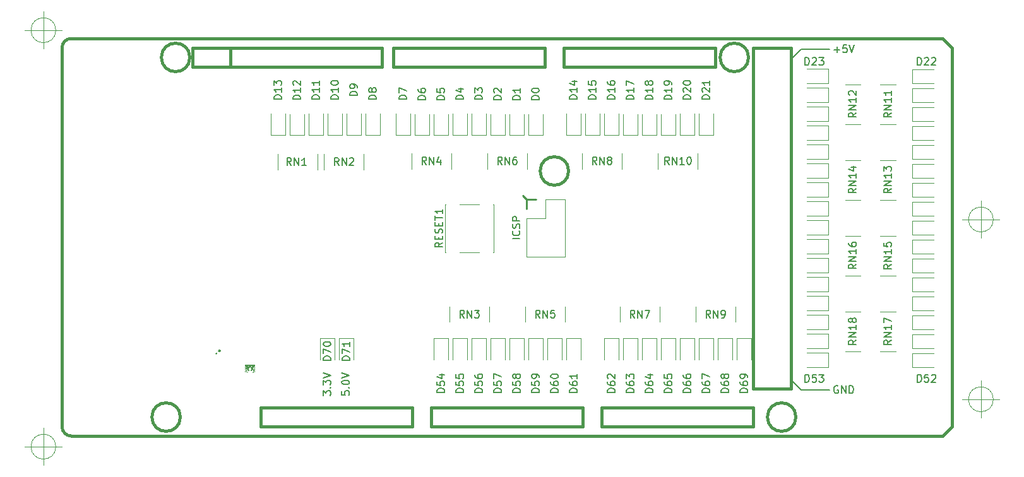
<source format=gbr>
%TF.GenerationSoftware,KiCad,Pcbnew,(6.0.9)*%
%TF.CreationDate,2023-01-12T16:46:16+01:00*%
%TF.ProjectId,MEGA board tester,4d454741-2062-46f6-9172-642074657374,rev?*%
%TF.SameCoordinates,PX7b9033cPY64bc73c*%
%TF.FileFunction,Legend,Top*%
%TF.FilePolarity,Positive*%
%FSLAX46Y46*%
G04 Gerber Fmt 4.6, Leading zero omitted, Abs format (unit mm)*
G04 Created by KiCad (PCBNEW (6.0.9)) date 2023-01-12 16:46:16*
%MOMM*%
%LPD*%
G01*
G04 APERTURE LIST*
%ADD10C,0.150000*%
%TA.AperFunction,Profile*%
%ADD11C,0.100000*%
%TD*%
%ADD12C,0.120000*%
%ADD13C,0.381000*%
%ADD14C,0.250000*%
%TA.AperFunction,Profile*%
%ADD15C,0.381000*%
%TD*%
G04 APERTURE END LIST*
D10*
X105410000Y7620000D02*
X101600000Y7620000D01*
X100330000Y52070000D02*
X101600000Y53340000D01*
X105410000Y53340000D02*
X101600000Y53340000D01*
X100330000Y8890000D02*
X101600000Y7620000D01*
X40016080Y7442739D02*
X40016080Y6966548D01*
X40492271Y6918929D01*
X40444652Y6966548D01*
X40397033Y7061786D01*
X40397033Y7299881D01*
X40444652Y7395120D01*
X40492271Y7442739D01*
X40587509Y7490358D01*
X40825604Y7490358D01*
X40920842Y7442739D01*
X40968461Y7395120D01*
X41016080Y7299881D01*
X41016080Y7061786D01*
X40968461Y6966548D01*
X40920842Y6918929D01*
X40920842Y7918929D02*
X40968461Y7966548D01*
X41016080Y7918929D01*
X40968461Y7871310D01*
X40920842Y7918929D01*
X41016080Y7918929D01*
X40016080Y8585596D02*
X40016080Y8680834D01*
X40063700Y8776072D01*
X40111319Y8823691D01*
X40206557Y8871310D01*
X40397033Y8918929D01*
X40635128Y8918929D01*
X40825604Y8871310D01*
X40920842Y8823691D01*
X40968461Y8776072D01*
X41016080Y8680834D01*
X41016080Y8585596D01*
X40968461Y8490358D01*
X40920842Y8442739D01*
X40825604Y8395120D01*
X40635128Y8347500D01*
X40397033Y8347500D01*
X40206557Y8395120D01*
X40111319Y8442739D01*
X40063700Y8490358D01*
X40016080Y8585596D01*
X40016080Y9204643D02*
X41016080Y9537977D01*
X40016080Y9871310D01*
X37526880Y6871310D02*
X37526880Y7490358D01*
X37907833Y7157024D01*
X37907833Y7299881D01*
X37955452Y7395120D01*
X38003071Y7442739D01*
X38098309Y7490358D01*
X38336404Y7490358D01*
X38431642Y7442739D01*
X38479261Y7395120D01*
X38526880Y7299881D01*
X38526880Y7014167D01*
X38479261Y6918929D01*
X38431642Y6871310D01*
X38431642Y7918929D02*
X38479261Y7966548D01*
X38526880Y7918929D01*
X38479261Y7871310D01*
X38431642Y7918929D01*
X38526880Y7918929D01*
X37526880Y8299881D02*
X37526880Y8918929D01*
X37907833Y8585596D01*
X37907833Y8728453D01*
X37955452Y8823691D01*
X38003071Y8871310D01*
X38098309Y8918929D01*
X38336404Y8918929D01*
X38431642Y8871310D01*
X38479261Y8823691D01*
X38526880Y8728453D01*
X38526880Y8442739D01*
X38479261Y8347500D01*
X38431642Y8299881D01*
X37526880Y9204643D02*
X38526880Y9537977D01*
X37526880Y9871310D01*
X106029285Y53268572D02*
X106791190Y53268572D01*
X106410238Y52887620D02*
X106410238Y53649524D01*
X107743571Y53887620D02*
X107267380Y53887620D01*
X107219761Y53411429D01*
X107267380Y53459048D01*
X107362619Y53506667D01*
X107600714Y53506667D01*
X107695952Y53459048D01*
X107743571Y53411429D01*
X107791190Y53316191D01*
X107791190Y53078096D01*
X107743571Y52982858D01*
X107695952Y52935239D01*
X107600714Y52887620D01*
X107362619Y52887620D01*
X107267380Y52935239D01*
X107219761Y52982858D01*
X108076904Y53887620D02*
X108410238Y52887620D01*
X108743571Y53887620D01*
X106553095Y8120000D02*
X106457857Y8167620D01*
X106315000Y8167620D01*
X106172142Y8120000D01*
X106076904Y8024762D01*
X106029285Y7929524D01*
X105981666Y7739048D01*
X105981666Y7596191D01*
X106029285Y7405715D01*
X106076904Y7310477D01*
X106172142Y7215239D01*
X106315000Y7167620D01*
X106410238Y7167620D01*
X106553095Y7215239D01*
X106600714Y7262858D01*
X106600714Y7596191D01*
X106410238Y7596191D01*
X107029285Y7167620D02*
X107029285Y8167620D01*
X107600714Y7167620D01*
X107600714Y8167620D01*
X108076904Y7167620D02*
X108076904Y8167620D01*
X108315000Y8167620D01*
X108457857Y8120000D01*
X108553095Y8024762D01*
X108600714Y7929524D01*
X108648333Y7739048D01*
X108648333Y7596191D01*
X108600714Y7405715D01*
X108553095Y7310477D01*
X108457857Y7215239D01*
X108315000Y7167620D01*
X108076904Y7167620D01*
D11*
X127396666Y30480000D02*
G75*
G03*
X127396666Y30480000I-1666666J0D01*
G01*
X123230000Y30480000D02*
X128230000Y30480000D01*
X125730000Y32980000D02*
X125730000Y27980000D01*
X127396666Y6350000D02*
G75*
G03*
X127396666Y6350000I-1666666J0D01*
G01*
X123230000Y6350000D02*
X128230000Y6350000D01*
X125730000Y8850000D02*
X125730000Y3850000D01*
X1666666Y55880000D02*
G75*
G03*
X1666666Y55880000I-1666666J0D01*
G01*
X-2500000Y55880000D02*
X2500000Y55880000D01*
X0Y58380000D02*
X0Y53380000D01*
X1666666Y0D02*
G75*
G03*
X1666666Y0I-1666666J0D01*
G01*
X-2500000Y0D02*
X2500000Y0D01*
X0Y2500000D02*
X0Y-2500000D01*
D10*
%TO.C,D71*%
X41066880Y11578215D02*
X40066880Y11578215D01*
X40066880Y11816310D01*
X40114500Y11959167D01*
X40209738Y12054405D01*
X40304976Y12102024D01*
X40495452Y12149643D01*
X40638309Y12149643D01*
X40828785Y12102024D01*
X40924023Y12054405D01*
X41019261Y11959167D01*
X41066880Y11816310D01*
X41066880Y11578215D01*
X40066880Y12482977D02*
X40066880Y13149643D01*
X41066880Y12721072D01*
X41066880Y14054405D02*
X41066880Y13482977D01*
X41066880Y13768691D02*
X40066880Y13768691D01*
X40209738Y13673453D01*
X40304976Y13578215D01*
X40352595Y13482977D01*
%TO.C,D9*%
X42102880Y47106405D02*
X41102880Y47106405D01*
X41102880Y47344500D01*
X41150500Y47487358D01*
X41245738Y47582596D01*
X41340976Y47630215D01*
X41531452Y47677834D01*
X41674309Y47677834D01*
X41864785Y47630215D01*
X41960023Y47582596D01*
X42055261Y47487358D01*
X42102880Y47344500D01*
X42102880Y47106405D01*
X42102880Y48154024D02*
X42102880Y48344500D01*
X42055261Y48439739D01*
X42007642Y48487358D01*
X41864785Y48582596D01*
X41674309Y48630215D01*
X41293357Y48630215D01*
X41198119Y48582596D01*
X41150500Y48534977D01*
X41102880Y48439739D01*
X41102880Y48249262D01*
X41150500Y48154024D01*
X41198119Y48106405D01*
X41293357Y48058786D01*
X41531452Y48058786D01*
X41626690Y48106405D01*
X41674309Y48154024D01*
X41721928Y48249262D01*
X41721928Y48439739D01*
X41674309Y48534977D01*
X41626690Y48582596D01*
X41531452Y48630215D01*
%TO.C,D53*%
X102150214Y8657120D02*
X102150214Y9657120D01*
X102388309Y9657120D01*
X102531166Y9609500D01*
X102626404Y9514262D01*
X102674023Y9419024D01*
X102721642Y9228548D01*
X102721642Y9085691D01*
X102674023Y8895215D01*
X102626404Y8799977D01*
X102531166Y8704739D01*
X102388309Y8657120D01*
X102150214Y8657120D01*
X103626404Y9657120D02*
X103150214Y9657120D01*
X103102595Y9180929D01*
X103150214Y9228548D01*
X103245452Y9276167D01*
X103483547Y9276167D01*
X103578785Y9228548D01*
X103626404Y9180929D01*
X103674023Y9085691D01*
X103674023Y8847596D01*
X103626404Y8752358D01*
X103578785Y8704739D01*
X103483547Y8657120D01*
X103245452Y8657120D01*
X103150214Y8704739D01*
X103102595Y8752358D01*
X104007357Y9657120D02*
X104626404Y9657120D01*
X104293071Y9276167D01*
X104435928Y9276167D01*
X104531166Y9228548D01*
X104578785Y9180929D01*
X104626404Y9085691D01*
X104626404Y8847596D01*
X104578785Y8752358D01*
X104531166Y8704739D01*
X104435928Y8657120D01*
X104150214Y8657120D01*
X104054976Y8704739D01*
X104007357Y8752358D01*
%TO.C,RN16*%
X109011880Y24487334D02*
X108535690Y24154000D01*
X109011880Y23915905D02*
X108011880Y23915905D01*
X108011880Y24296858D01*
X108059500Y24392096D01*
X108107119Y24439715D01*
X108202357Y24487334D01*
X108345214Y24487334D01*
X108440452Y24439715D01*
X108488071Y24392096D01*
X108535690Y24296858D01*
X108535690Y23915905D01*
X109011880Y24915905D02*
X108011880Y24915905D01*
X109011880Y25487334D01*
X108011880Y25487334D01*
X109011880Y26487334D02*
X109011880Y25915905D01*
X109011880Y26201620D02*
X108011880Y26201620D01*
X108154738Y26106381D01*
X108249976Y26011143D01*
X108297595Y25915905D01*
X108011880Y27344477D02*
X108011880Y27154000D01*
X108059500Y27058762D01*
X108107119Y27011143D01*
X108249976Y26915905D01*
X108440452Y26868286D01*
X108821404Y26868286D01*
X108916642Y26915905D01*
X108964261Y26963524D01*
X109011880Y27058762D01*
X109011880Y27249239D01*
X108964261Y27344477D01*
X108916642Y27392096D01*
X108821404Y27439715D01*
X108583309Y27439715D01*
X108488071Y27392096D01*
X108440452Y27344477D01*
X108392833Y27249239D01*
X108392833Y27058762D01*
X108440452Y26963524D01*
X108488071Y26915905D01*
X108583309Y26868286D01*
%TO.C,D10*%
X39542880Y46630215D02*
X38542880Y46630215D01*
X38542880Y46868310D01*
X38590500Y47011167D01*
X38685738Y47106405D01*
X38780976Y47154024D01*
X38971452Y47201643D01*
X39114309Y47201643D01*
X39304785Y47154024D01*
X39400023Y47106405D01*
X39495261Y47011167D01*
X39542880Y46868310D01*
X39542880Y46630215D01*
X39542880Y48154024D02*
X39542880Y47582596D01*
X39542880Y47868310D02*
X38542880Y47868310D01*
X38685738Y47773072D01*
X38780976Y47677834D01*
X38828595Y47582596D01*
X38542880Y48773072D02*
X38542880Y48868310D01*
X38590500Y48963548D01*
X38638119Y49011167D01*
X38733357Y49058786D01*
X38923833Y49106405D01*
X39161928Y49106405D01*
X39352404Y49058786D01*
X39447642Y49011167D01*
X39495261Y48963548D01*
X39542880Y48868310D01*
X39542880Y48773072D01*
X39495261Y48677834D01*
X39447642Y48630215D01*
X39352404Y48582596D01*
X39161928Y48534977D01*
X38923833Y48534977D01*
X38733357Y48582596D01*
X38638119Y48630215D01*
X38590500Y48677834D01*
X38542880Y48773072D01*
%TO.C,RN6*%
X61514023Y37867120D02*
X61180690Y38343310D01*
X60942595Y37867120D02*
X60942595Y38867120D01*
X61323547Y38867120D01*
X61418785Y38819500D01*
X61466404Y38771881D01*
X61514023Y38676643D01*
X61514023Y38533786D01*
X61466404Y38438548D01*
X61418785Y38390929D01*
X61323547Y38343310D01*
X60942595Y38343310D01*
X61942595Y37867120D02*
X61942595Y38867120D01*
X62514023Y37867120D01*
X62514023Y38867120D01*
X63418785Y38867120D02*
X63228309Y38867120D01*
X63133071Y38819500D01*
X63085452Y38771881D01*
X62990214Y38629024D01*
X62942595Y38438548D01*
X62942595Y38057596D01*
X62990214Y37962358D01*
X63037833Y37914739D01*
X63133071Y37867120D01*
X63323547Y37867120D01*
X63418785Y37914739D01*
X63466404Y37962358D01*
X63514023Y38057596D01*
X63514023Y38295691D01*
X63466404Y38390929D01*
X63418785Y38438548D01*
X63323547Y38486167D01*
X63133071Y38486167D01*
X63037833Y38438548D01*
X62990214Y38390929D01*
X62942595Y38295691D01*
%TO.C,D16*%
X76646880Y46630215D02*
X75646880Y46630215D01*
X75646880Y46868310D01*
X75694500Y47011167D01*
X75789738Y47106405D01*
X75884976Y47154024D01*
X76075452Y47201643D01*
X76218309Y47201643D01*
X76408785Y47154024D01*
X76504023Y47106405D01*
X76599261Y47011167D01*
X76646880Y46868310D01*
X76646880Y46630215D01*
X76646880Y48154024D02*
X76646880Y47582596D01*
X76646880Y47868310D02*
X75646880Y47868310D01*
X75789738Y47773072D01*
X75884976Y47677834D01*
X75932595Y47582596D01*
X75646880Y49011167D02*
X75646880Y48820691D01*
X75694500Y48725453D01*
X75742119Y48677834D01*
X75884976Y48582596D01*
X76075452Y48534977D01*
X76456404Y48534977D01*
X76551642Y48582596D01*
X76599261Y48630215D01*
X76646880Y48725453D01*
X76646880Y48915929D01*
X76599261Y49011167D01*
X76551642Y49058786D01*
X76456404Y49106405D01*
X76218309Y49106405D01*
X76123071Y49058786D01*
X76075452Y49011167D01*
X76027833Y48915929D01*
X76027833Y48725453D01*
X76075452Y48630215D01*
X76123071Y48582596D01*
X76218309Y48534977D01*
%TO.C,D54*%
X53792380Y7260215D02*
X52792380Y7260215D01*
X52792380Y7498310D01*
X52840000Y7641167D01*
X52935238Y7736405D01*
X53030476Y7784024D01*
X53220952Y7831643D01*
X53363809Y7831643D01*
X53554285Y7784024D01*
X53649523Y7736405D01*
X53744761Y7641167D01*
X53792380Y7498310D01*
X53792380Y7260215D01*
X52792380Y8736405D02*
X52792380Y8260215D01*
X53268571Y8212596D01*
X53220952Y8260215D01*
X53173333Y8355453D01*
X53173333Y8593548D01*
X53220952Y8688786D01*
X53268571Y8736405D01*
X53363809Y8784024D01*
X53601904Y8784024D01*
X53697142Y8736405D01*
X53744761Y8688786D01*
X53792380Y8593548D01*
X53792380Y8355453D01*
X53744761Y8260215D01*
X53697142Y8212596D01*
X53125714Y9641167D02*
X53792380Y9641167D01*
X52744761Y9403072D02*
X53459047Y9164977D01*
X53459047Y9784024D01*
%TO.C,D15*%
X74106880Y46630215D02*
X73106880Y46630215D01*
X73106880Y46868310D01*
X73154500Y47011167D01*
X73249738Y47106405D01*
X73344976Y47154024D01*
X73535452Y47201643D01*
X73678309Y47201643D01*
X73868785Y47154024D01*
X73964023Y47106405D01*
X74059261Y47011167D01*
X74106880Y46868310D01*
X74106880Y46630215D01*
X74106880Y48154024D02*
X74106880Y47582596D01*
X74106880Y47868310D02*
X73106880Y47868310D01*
X73249738Y47773072D01*
X73344976Y47677834D01*
X73392595Y47582596D01*
X73106880Y49058786D02*
X73106880Y48582596D01*
X73583071Y48534977D01*
X73535452Y48582596D01*
X73487833Y48677834D01*
X73487833Y48915929D01*
X73535452Y49011167D01*
X73583071Y49058786D01*
X73678309Y49106405D01*
X73916404Y49106405D01*
X74011642Y49058786D01*
X74059261Y49011167D01*
X74106880Y48915929D01*
X74106880Y48677834D01*
X74059261Y48582596D01*
X74011642Y48534977D01*
%TO.C,D1*%
X63946880Y46573405D02*
X62946880Y46573405D01*
X62946880Y46811500D01*
X62994500Y46954358D01*
X63089738Y47049596D01*
X63184976Y47097215D01*
X63375452Y47144834D01*
X63518309Y47144834D01*
X63708785Y47097215D01*
X63804023Y47049596D01*
X63899261Y46954358D01*
X63946880Y46811500D01*
X63946880Y46573405D01*
X63946880Y48097215D02*
X63946880Y47525786D01*
X63946880Y47811500D02*
X62946880Y47811500D01*
X63089738Y47716262D01*
X63184976Y47621024D01*
X63232595Y47525786D01*
%TO.C,RN14*%
X109011880Y34647334D02*
X108535690Y34314000D01*
X109011880Y34075905D02*
X108011880Y34075905D01*
X108011880Y34456858D01*
X108059500Y34552096D01*
X108107119Y34599715D01*
X108202357Y34647334D01*
X108345214Y34647334D01*
X108440452Y34599715D01*
X108488071Y34552096D01*
X108535690Y34456858D01*
X108535690Y34075905D01*
X109011880Y35075905D02*
X108011880Y35075905D01*
X109011880Y35647334D01*
X108011880Y35647334D01*
X109011880Y36647334D02*
X109011880Y36075905D01*
X109011880Y36361620D02*
X108011880Y36361620D01*
X108154738Y36266381D01*
X108249976Y36171143D01*
X108297595Y36075905D01*
X108345214Y37504477D02*
X109011880Y37504477D01*
X107964261Y37266381D02*
X108678547Y37028286D01*
X108678547Y37647334D01*
%TO.C,J1*%
X63901380Y27893810D02*
X62901380Y27893810D01*
X63806142Y28941429D02*
X63853761Y28893810D01*
X63901380Y28750953D01*
X63901380Y28655715D01*
X63853761Y28512858D01*
X63758523Y28417620D01*
X63663285Y28370000D01*
X63472809Y28322381D01*
X63329952Y28322381D01*
X63139476Y28370000D01*
X63044238Y28417620D01*
X62949000Y28512858D01*
X62901380Y28655715D01*
X62901380Y28750953D01*
X62949000Y28893810D01*
X62996619Y28941429D01*
X63853761Y29322381D02*
X63901380Y29465239D01*
X63901380Y29703334D01*
X63853761Y29798572D01*
X63806142Y29846191D01*
X63710904Y29893810D01*
X63615666Y29893810D01*
X63520428Y29846191D01*
X63472809Y29798572D01*
X63425190Y29703334D01*
X63377571Y29512858D01*
X63329952Y29417620D01*
X63282333Y29370000D01*
X63187095Y29322381D01*
X63091857Y29322381D01*
X62996619Y29370000D01*
X62949000Y29417620D01*
X62901380Y29512858D01*
X62901380Y29750953D01*
X62949000Y29893810D01*
X63901380Y30322381D02*
X62901380Y30322381D01*
X62901380Y30703334D01*
X62949000Y30798572D01*
X62996619Y30846191D01*
X63091857Y30893810D01*
X63234714Y30893810D01*
X63329952Y30846191D01*
X63377571Y30798572D01*
X63425190Y30703334D01*
X63425190Y30322381D01*
%TO.C,D60*%
X69032380Y7260215D02*
X68032380Y7260215D01*
X68032380Y7498310D01*
X68080000Y7641167D01*
X68175238Y7736405D01*
X68270476Y7784024D01*
X68460952Y7831643D01*
X68603809Y7831643D01*
X68794285Y7784024D01*
X68889523Y7736405D01*
X68984761Y7641167D01*
X69032380Y7498310D01*
X69032380Y7260215D01*
X68032380Y8688786D02*
X68032380Y8498310D01*
X68080000Y8403072D01*
X68127619Y8355453D01*
X68270476Y8260215D01*
X68460952Y8212596D01*
X68841904Y8212596D01*
X68937142Y8260215D01*
X68984761Y8307834D01*
X69032380Y8403072D01*
X69032380Y8593548D01*
X68984761Y8688786D01*
X68937142Y8736405D01*
X68841904Y8784024D01*
X68603809Y8784024D01*
X68508571Y8736405D01*
X68460952Y8688786D01*
X68413333Y8593548D01*
X68413333Y8403072D01*
X68460952Y8307834D01*
X68508571Y8260215D01*
X68603809Y8212596D01*
X68032380Y9403072D02*
X68032380Y9498310D01*
X68080000Y9593548D01*
X68127619Y9641167D01*
X68222857Y9688786D01*
X68413333Y9736405D01*
X68651428Y9736405D01*
X68841904Y9688786D01*
X68937142Y9641167D01*
X68984761Y9593548D01*
X69032380Y9498310D01*
X69032380Y9403072D01*
X68984761Y9307834D01*
X68937142Y9260215D01*
X68841904Y9212596D01*
X68651428Y9164977D01*
X68413333Y9164977D01*
X68222857Y9212596D01*
X68127619Y9260215D01*
X68080000Y9307834D01*
X68032380Y9403072D01*
%TO.C,D0*%
X66486880Y46573405D02*
X65486880Y46573405D01*
X65486880Y46811500D01*
X65534500Y46954358D01*
X65629738Y47049596D01*
X65724976Y47097215D01*
X65915452Y47144834D01*
X66058309Y47144834D01*
X66248785Y47097215D01*
X66344023Y47049596D01*
X66439261Y46954358D01*
X66486880Y46811500D01*
X66486880Y46573405D01*
X65486880Y47763881D02*
X65486880Y47859120D01*
X65534500Y47954358D01*
X65582119Y48001977D01*
X65677357Y48049596D01*
X65867833Y48097215D01*
X66105928Y48097215D01*
X66296404Y48049596D01*
X66391642Y48001977D01*
X66439261Y47954358D01*
X66486880Y47859120D01*
X66486880Y47763881D01*
X66439261Y47668643D01*
X66391642Y47621024D01*
X66296404Y47573405D01*
X66105928Y47525786D01*
X65867833Y47525786D01*
X65677357Y47573405D01*
X65582119Y47621024D01*
X65534500Y47668643D01*
X65486880Y47763881D01*
%TO.C,RN11*%
X113710880Y44807334D02*
X113234690Y44474000D01*
X113710880Y44235905D02*
X112710880Y44235905D01*
X112710880Y44616858D01*
X112758500Y44712096D01*
X112806119Y44759715D01*
X112901357Y44807334D01*
X113044214Y44807334D01*
X113139452Y44759715D01*
X113187071Y44712096D01*
X113234690Y44616858D01*
X113234690Y44235905D01*
X113710880Y45235905D02*
X112710880Y45235905D01*
X113710880Y45807334D01*
X112710880Y45807334D01*
X113710880Y46807334D02*
X113710880Y46235905D01*
X113710880Y46521620D02*
X112710880Y46521620D01*
X112853738Y46426381D01*
X112948976Y46331143D01*
X112996595Y46235905D01*
X113710880Y47759715D02*
X113710880Y47188286D01*
X113710880Y47474000D02*
X112710880Y47474000D01*
X112853738Y47378762D01*
X112948976Y47283524D01*
X112996595Y47188286D01*
%TO.C,D52*%
X117200214Y8657120D02*
X117200214Y9657120D01*
X117438309Y9657120D01*
X117581166Y9609500D01*
X117676404Y9514262D01*
X117724023Y9419024D01*
X117771642Y9228548D01*
X117771642Y9085691D01*
X117724023Y8895215D01*
X117676404Y8799977D01*
X117581166Y8704739D01*
X117438309Y8657120D01*
X117200214Y8657120D01*
X118676404Y9657120D02*
X118200214Y9657120D01*
X118152595Y9180929D01*
X118200214Y9228548D01*
X118295452Y9276167D01*
X118533547Y9276167D01*
X118628785Y9228548D01*
X118676404Y9180929D01*
X118724023Y9085691D01*
X118724023Y8847596D01*
X118676404Y8752358D01*
X118628785Y8704739D01*
X118533547Y8657120D01*
X118295452Y8657120D01*
X118200214Y8704739D01*
X118152595Y8752358D01*
X119104976Y9561881D02*
X119152595Y9609500D01*
X119247833Y9657120D01*
X119485928Y9657120D01*
X119581166Y9609500D01*
X119628785Y9561881D01*
X119676404Y9466643D01*
X119676404Y9371405D01*
X119628785Y9228548D01*
X119057357Y8657120D01*
X119676404Y8657120D01*
%TO.C,RN4*%
X51354023Y37867120D02*
X51020690Y38343310D01*
X50782595Y37867120D02*
X50782595Y38867120D01*
X51163547Y38867120D01*
X51258785Y38819500D01*
X51306404Y38771881D01*
X51354023Y38676643D01*
X51354023Y38533786D01*
X51306404Y38438548D01*
X51258785Y38390929D01*
X51163547Y38343310D01*
X50782595Y38343310D01*
X51782595Y37867120D02*
X51782595Y38867120D01*
X52354023Y37867120D01*
X52354023Y38867120D01*
X53258785Y38533786D02*
X53258785Y37867120D01*
X53020690Y38914739D02*
X52782595Y38200453D01*
X53401642Y38200453D01*
%TO.C,RN3*%
X56434023Y17293120D02*
X56100690Y17769310D01*
X55862595Y17293120D02*
X55862595Y18293120D01*
X56243547Y18293120D01*
X56338785Y18245500D01*
X56386404Y18197881D01*
X56434023Y18102643D01*
X56434023Y17959786D01*
X56386404Y17864548D01*
X56338785Y17816929D01*
X56243547Y17769310D01*
X55862595Y17769310D01*
X56862595Y17293120D02*
X56862595Y18293120D01*
X57434023Y17293120D01*
X57434023Y18293120D01*
X57814976Y18293120D02*
X58434023Y18293120D01*
X58100690Y17912167D01*
X58243547Y17912167D01*
X58338785Y17864548D01*
X58386404Y17816929D01*
X58434023Y17721691D01*
X58434023Y17483596D01*
X58386404Y17388358D01*
X58338785Y17340739D01*
X58243547Y17293120D01*
X57957833Y17293120D01*
X57862595Y17340739D01*
X57814976Y17388358D01*
%TO.C,RN18*%
X109011880Y14292834D02*
X108535690Y13959500D01*
X109011880Y13721405D02*
X108011880Y13721405D01*
X108011880Y14102358D01*
X108059500Y14197596D01*
X108107119Y14245215D01*
X108202357Y14292834D01*
X108345214Y14292834D01*
X108440452Y14245215D01*
X108488071Y14197596D01*
X108535690Y14102358D01*
X108535690Y13721405D01*
X109011880Y14721405D02*
X108011880Y14721405D01*
X109011880Y15292834D01*
X108011880Y15292834D01*
X109011880Y16292834D02*
X109011880Y15721405D01*
X109011880Y16007120D02*
X108011880Y16007120D01*
X108154738Y15911881D01*
X108249976Y15816643D01*
X108297595Y15721405D01*
X108440452Y16864262D02*
X108392833Y16769024D01*
X108345214Y16721405D01*
X108249976Y16673786D01*
X108202357Y16673786D01*
X108107119Y16721405D01*
X108059500Y16769024D01*
X108011880Y16864262D01*
X108011880Y17054739D01*
X108059500Y17149977D01*
X108107119Y17197596D01*
X108202357Y17245215D01*
X108249976Y17245215D01*
X108345214Y17197596D01*
X108392833Y17149977D01*
X108440452Y17054739D01*
X108440452Y16864262D01*
X108488071Y16769024D01*
X108535690Y16721405D01*
X108630928Y16673786D01*
X108821404Y16673786D01*
X108916642Y16721405D01*
X108964261Y16769024D01*
X109011880Y16864262D01*
X109011880Y17054739D01*
X108964261Y17149977D01*
X108916642Y17197596D01*
X108821404Y17245215D01*
X108630928Y17245215D01*
X108535690Y17197596D01*
X108488071Y17149977D01*
X108440452Y17054739D01*
%TO.C,D7*%
X48686880Y46598405D02*
X47686880Y46598405D01*
X47686880Y46836500D01*
X47734500Y46979358D01*
X47829738Y47074596D01*
X47924976Y47122215D01*
X48115452Y47169834D01*
X48258309Y47169834D01*
X48448785Y47122215D01*
X48544023Y47074596D01*
X48639261Y46979358D01*
X48686880Y46836500D01*
X48686880Y46598405D01*
X47686880Y47503167D02*
X47686880Y48169834D01*
X48686880Y47741262D01*
%TO.C,D23*%
X102150214Y51202120D02*
X102150214Y52202120D01*
X102388309Y52202120D01*
X102531166Y52154500D01*
X102626404Y52059262D01*
X102674023Y51964024D01*
X102721642Y51773548D01*
X102721642Y51630691D01*
X102674023Y51440215D01*
X102626404Y51344977D01*
X102531166Y51249739D01*
X102388309Y51202120D01*
X102150214Y51202120D01*
X103102595Y52106881D02*
X103150214Y52154500D01*
X103245452Y52202120D01*
X103483547Y52202120D01*
X103578785Y52154500D01*
X103626404Y52106881D01*
X103674023Y52011643D01*
X103674023Y51916405D01*
X103626404Y51773548D01*
X103054976Y51202120D01*
X103674023Y51202120D01*
X104007357Y52202120D02*
X104626404Y52202120D01*
X104293071Y51821167D01*
X104435928Y51821167D01*
X104531166Y51773548D01*
X104578785Y51725929D01*
X104626404Y51630691D01*
X104626404Y51392596D01*
X104578785Y51297358D01*
X104531166Y51249739D01*
X104435928Y51202120D01*
X104150214Y51202120D01*
X104054976Y51249739D01*
X104007357Y51297358D01*
%TO.C,D5*%
X53786880Y46573405D02*
X52786880Y46573405D01*
X52786880Y46811500D01*
X52834500Y46954358D01*
X52929738Y47049596D01*
X53024976Y47097215D01*
X53215452Y47144834D01*
X53358309Y47144834D01*
X53548785Y47097215D01*
X53644023Y47049596D01*
X53739261Y46954358D01*
X53786880Y46811500D01*
X53786880Y46573405D01*
X52786880Y48049596D02*
X52786880Y47573405D01*
X53263071Y47525786D01*
X53215452Y47573405D01*
X53167833Y47668643D01*
X53167833Y47906739D01*
X53215452Y48001977D01*
X53263071Y48049596D01*
X53358309Y48097215D01*
X53596404Y48097215D01*
X53691642Y48049596D01*
X53739261Y48001977D01*
X53786880Y47906739D01*
X53786880Y47668643D01*
X53739261Y47573405D01*
X53691642Y47525786D01*
%TO.C,D58*%
X63952380Y7260215D02*
X62952380Y7260215D01*
X62952380Y7498310D01*
X63000000Y7641167D01*
X63095238Y7736405D01*
X63190476Y7784024D01*
X63380952Y7831643D01*
X63523809Y7831643D01*
X63714285Y7784024D01*
X63809523Y7736405D01*
X63904761Y7641167D01*
X63952380Y7498310D01*
X63952380Y7260215D01*
X62952380Y8736405D02*
X62952380Y8260215D01*
X63428571Y8212596D01*
X63380952Y8260215D01*
X63333333Y8355453D01*
X63333333Y8593548D01*
X63380952Y8688786D01*
X63428571Y8736405D01*
X63523809Y8784024D01*
X63761904Y8784024D01*
X63857142Y8736405D01*
X63904761Y8688786D01*
X63952380Y8593548D01*
X63952380Y8355453D01*
X63904761Y8260215D01*
X63857142Y8212596D01*
X63380952Y9355453D02*
X63333333Y9260215D01*
X63285714Y9212596D01*
X63190476Y9164977D01*
X63142857Y9164977D01*
X63047619Y9212596D01*
X63000000Y9260215D01*
X62952380Y9355453D01*
X62952380Y9545929D01*
X63000000Y9641167D01*
X63047619Y9688786D01*
X63142857Y9736405D01*
X63190476Y9736405D01*
X63285714Y9688786D01*
X63333333Y9641167D01*
X63380952Y9545929D01*
X63380952Y9355453D01*
X63428571Y9260215D01*
X63476190Y9212596D01*
X63571428Y9164977D01*
X63761904Y9164977D01*
X63857142Y9212596D01*
X63904761Y9260215D01*
X63952380Y9355453D01*
X63952380Y9545929D01*
X63904761Y9641167D01*
X63857142Y9688786D01*
X63761904Y9736405D01*
X63571428Y9736405D01*
X63476190Y9688786D01*
X63428571Y9641167D01*
X63380952Y9545929D01*
%TO.C,RN13*%
X113710880Y34647334D02*
X113234690Y34314000D01*
X113710880Y34075905D02*
X112710880Y34075905D01*
X112710880Y34456858D01*
X112758500Y34552096D01*
X112806119Y34599715D01*
X112901357Y34647334D01*
X113044214Y34647334D01*
X113139452Y34599715D01*
X113187071Y34552096D01*
X113234690Y34456858D01*
X113234690Y34075905D01*
X113710880Y35075905D02*
X112710880Y35075905D01*
X113710880Y35647334D01*
X112710880Y35647334D01*
X113710880Y36647334D02*
X113710880Y36075905D01*
X113710880Y36361620D02*
X112710880Y36361620D01*
X112853738Y36266381D01*
X112948976Y36171143D01*
X112996595Y36075905D01*
X112710880Y36980667D02*
X112710880Y37599715D01*
X113091833Y37266381D01*
X113091833Y37409239D01*
X113139452Y37504477D01*
X113187071Y37552096D01*
X113282309Y37599715D01*
X113520404Y37599715D01*
X113615642Y37552096D01*
X113663261Y37504477D01*
X113710880Y37409239D01*
X113710880Y37123524D01*
X113663261Y37028286D01*
X113615642Y36980667D01*
%TO.C,D57*%
X61412380Y7260215D02*
X60412380Y7260215D01*
X60412380Y7498310D01*
X60460000Y7641167D01*
X60555238Y7736405D01*
X60650476Y7784024D01*
X60840952Y7831643D01*
X60983809Y7831643D01*
X61174285Y7784024D01*
X61269523Y7736405D01*
X61364761Y7641167D01*
X61412380Y7498310D01*
X61412380Y7260215D01*
X60412380Y8736405D02*
X60412380Y8260215D01*
X60888571Y8212596D01*
X60840952Y8260215D01*
X60793333Y8355453D01*
X60793333Y8593548D01*
X60840952Y8688786D01*
X60888571Y8736405D01*
X60983809Y8784024D01*
X61221904Y8784024D01*
X61317142Y8736405D01*
X61364761Y8688786D01*
X61412380Y8593548D01*
X61412380Y8355453D01*
X61364761Y8260215D01*
X61317142Y8212596D01*
X60412380Y9117358D02*
X60412380Y9784024D01*
X61412380Y9355453D01*
%TO.C,D62*%
X76652380Y7260215D02*
X75652380Y7260215D01*
X75652380Y7498310D01*
X75700000Y7641167D01*
X75795238Y7736405D01*
X75890476Y7784024D01*
X76080952Y7831643D01*
X76223809Y7831643D01*
X76414285Y7784024D01*
X76509523Y7736405D01*
X76604761Y7641167D01*
X76652380Y7498310D01*
X76652380Y7260215D01*
X75652380Y8688786D02*
X75652380Y8498310D01*
X75700000Y8403072D01*
X75747619Y8355453D01*
X75890476Y8260215D01*
X76080952Y8212596D01*
X76461904Y8212596D01*
X76557142Y8260215D01*
X76604761Y8307834D01*
X76652380Y8403072D01*
X76652380Y8593548D01*
X76604761Y8688786D01*
X76557142Y8736405D01*
X76461904Y8784024D01*
X76223809Y8784024D01*
X76128571Y8736405D01*
X76080952Y8688786D01*
X76033333Y8593548D01*
X76033333Y8403072D01*
X76080952Y8307834D01*
X76128571Y8260215D01*
X76223809Y8212596D01*
X75747619Y9164977D02*
X75700000Y9212596D01*
X75652380Y9307834D01*
X75652380Y9545929D01*
X75700000Y9641167D01*
X75747619Y9688786D01*
X75842857Y9736405D01*
X75938095Y9736405D01*
X76080952Y9688786D01*
X76652380Y9117358D01*
X76652380Y9736405D01*
%TO.C,D69*%
X94432380Y7260215D02*
X93432380Y7260215D01*
X93432380Y7498310D01*
X93480000Y7641167D01*
X93575238Y7736405D01*
X93670476Y7784024D01*
X93860952Y7831643D01*
X94003809Y7831643D01*
X94194285Y7784024D01*
X94289523Y7736405D01*
X94384761Y7641167D01*
X94432380Y7498310D01*
X94432380Y7260215D01*
X93432380Y8688786D02*
X93432380Y8498310D01*
X93480000Y8403072D01*
X93527619Y8355453D01*
X93670476Y8260215D01*
X93860952Y8212596D01*
X94241904Y8212596D01*
X94337142Y8260215D01*
X94384761Y8307834D01*
X94432380Y8403072D01*
X94432380Y8593548D01*
X94384761Y8688786D01*
X94337142Y8736405D01*
X94241904Y8784024D01*
X94003809Y8784024D01*
X93908571Y8736405D01*
X93860952Y8688786D01*
X93813333Y8593548D01*
X93813333Y8403072D01*
X93860952Y8307834D01*
X93908571Y8260215D01*
X94003809Y8212596D01*
X94432380Y9260215D02*
X94432380Y9450691D01*
X94384761Y9545929D01*
X94337142Y9593548D01*
X94194285Y9688786D01*
X94003809Y9736405D01*
X93622857Y9736405D01*
X93527619Y9688786D01*
X93480000Y9641167D01*
X93432380Y9545929D01*
X93432380Y9355453D01*
X93480000Y9260215D01*
X93527619Y9212596D01*
X93622857Y9164977D01*
X93860952Y9164977D01*
X93956190Y9212596D01*
X94003809Y9260215D01*
X94051428Y9355453D01*
X94051428Y9545929D01*
X94003809Y9641167D01*
X93956190Y9688786D01*
X93860952Y9736405D01*
%TO.C,D8*%
X44642880Y46598405D02*
X43642880Y46598405D01*
X43642880Y46836500D01*
X43690500Y46979358D01*
X43785738Y47074596D01*
X43880976Y47122215D01*
X44071452Y47169834D01*
X44214309Y47169834D01*
X44404785Y47122215D01*
X44500023Y47074596D01*
X44595261Y46979358D01*
X44642880Y46836500D01*
X44642880Y46598405D01*
X44071452Y47741262D02*
X44023833Y47646024D01*
X43976214Y47598405D01*
X43880976Y47550786D01*
X43833357Y47550786D01*
X43738119Y47598405D01*
X43690500Y47646024D01*
X43642880Y47741262D01*
X43642880Y47931739D01*
X43690500Y48026977D01*
X43738119Y48074596D01*
X43833357Y48122215D01*
X43880976Y48122215D01*
X43976214Y48074596D01*
X44023833Y48026977D01*
X44071452Y47931739D01*
X44071452Y47741262D01*
X44119071Y47646024D01*
X44166690Y47598405D01*
X44261928Y47550786D01*
X44452404Y47550786D01*
X44547642Y47598405D01*
X44595261Y47646024D01*
X44642880Y47741262D01*
X44642880Y47931739D01*
X44595261Y48026977D01*
X44547642Y48074596D01*
X44452404Y48122215D01*
X44261928Y48122215D01*
X44166690Y48074596D01*
X44119071Y48026977D01*
X44071452Y47931739D01*
%TO.C,RN17*%
X113710880Y14292834D02*
X113234690Y13959500D01*
X113710880Y13721405D02*
X112710880Y13721405D01*
X112710880Y14102358D01*
X112758500Y14197596D01*
X112806119Y14245215D01*
X112901357Y14292834D01*
X113044214Y14292834D01*
X113139452Y14245215D01*
X113187071Y14197596D01*
X113234690Y14102358D01*
X113234690Y13721405D01*
X113710880Y14721405D02*
X112710880Y14721405D01*
X113710880Y15292834D01*
X112710880Y15292834D01*
X113710880Y16292834D02*
X113710880Y15721405D01*
X113710880Y16007120D02*
X112710880Y16007120D01*
X112853738Y15911881D01*
X112948976Y15816643D01*
X112996595Y15721405D01*
X112710880Y16626167D02*
X112710880Y17292834D01*
X113710880Y16864262D01*
%TO.C,D21*%
X89346880Y46630215D02*
X88346880Y46630215D01*
X88346880Y46868310D01*
X88394500Y47011167D01*
X88489738Y47106405D01*
X88584976Y47154024D01*
X88775452Y47201643D01*
X88918309Y47201643D01*
X89108785Y47154024D01*
X89204023Y47106405D01*
X89299261Y47011167D01*
X89346880Y46868310D01*
X89346880Y46630215D01*
X88442119Y47582596D02*
X88394500Y47630215D01*
X88346880Y47725453D01*
X88346880Y47963548D01*
X88394500Y48058786D01*
X88442119Y48106405D01*
X88537357Y48154024D01*
X88632595Y48154024D01*
X88775452Y48106405D01*
X89346880Y47534977D01*
X89346880Y48154024D01*
X89346880Y49106405D02*
X89346880Y48534977D01*
X89346880Y48820691D02*
X88346880Y48820691D01*
X88489738Y48725453D01*
X88584976Y48630215D01*
X88632595Y48534977D01*
%TO.C,D2*%
X61406880Y46573405D02*
X60406880Y46573405D01*
X60406880Y46811500D01*
X60454500Y46954358D01*
X60549738Y47049596D01*
X60644976Y47097215D01*
X60835452Y47144834D01*
X60978309Y47144834D01*
X61168785Y47097215D01*
X61264023Y47049596D01*
X61359261Y46954358D01*
X61406880Y46811500D01*
X61406880Y46573405D01*
X60502119Y47525786D02*
X60454500Y47573405D01*
X60406880Y47668643D01*
X60406880Y47906739D01*
X60454500Y48001977D01*
X60502119Y48049596D01*
X60597357Y48097215D01*
X60692595Y48097215D01*
X60835452Y48049596D01*
X61406880Y47478167D01*
X61406880Y48097215D01*
%TO.C,D19*%
X84266880Y46605215D02*
X83266880Y46605215D01*
X83266880Y46843310D01*
X83314500Y46986167D01*
X83409738Y47081405D01*
X83504976Y47129024D01*
X83695452Y47176643D01*
X83838309Y47176643D01*
X84028785Y47129024D01*
X84124023Y47081405D01*
X84219261Y46986167D01*
X84266880Y46843310D01*
X84266880Y46605215D01*
X84266880Y48129024D02*
X84266880Y47557596D01*
X84266880Y47843310D02*
X83266880Y47843310D01*
X83409738Y47748072D01*
X83504976Y47652834D01*
X83552595Y47557596D01*
X84266880Y48605215D02*
X84266880Y48795691D01*
X84219261Y48890929D01*
X84171642Y48938548D01*
X84028785Y49033786D01*
X83838309Y49081405D01*
X83457357Y49081405D01*
X83362119Y49033786D01*
X83314500Y48986167D01*
X83266880Y48890929D01*
X83266880Y48700453D01*
X83314500Y48605215D01*
X83362119Y48557596D01*
X83457357Y48509977D01*
X83695452Y48509977D01*
X83790690Y48557596D01*
X83838309Y48605215D01*
X83885928Y48700453D01*
X83885928Y48890929D01*
X83838309Y48986167D01*
X83790690Y49033786D01*
X83695452Y49081405D01*
%TO.C,D66*%
X86812380Y7260215D02*
X85812380Y7260215D01*
X85812380Y7498310D01*
X85860000Y7641167D01*
X85955238Y7736405D01*
X86050476Y7784024D01*
X86240952Y7831643D01*
X86383809Y7831643D01*
X86574285Y7784024D01*
X86669523Y7736405D01*
X86764761Y7641167D01*
X86812380Y7498310D01*
X86812380Y7260215D01*
X85812380Y8688786D02*
X85812380Y8498310D01*
X85860000Y8403072D01*
X85907619Y8355453D01*
X86050476Y8260215D01*
X86240952Y8212596D01*
X86621904Y8212596D01*
X86717142Y8260215D01*
X86764761Y8307834D01*
X86812380Y8403072D01*
X86812380Y8593548D01*
X86764761Y8688786D01*
X86717142Y8736405D01*
X86621904Y8784024D01*
X86383809Y8784024D01*
X86288571Y8736405D01*
X86240952Y8688786D01*
X86193333Y8593548D01*
X86193333Y8403072D01*
X86240952Y8307834D01*
X86288571Y8260215D01*
X86383809Y8212596D01*
X85812380Y9641167D02*
X85812380Y9450691D01*
X85860000Y9355453D01*
X85907619Y9307834D01*
X86050476Y9212596D01*
X86240952Y9164977D01*
X86621904Y9164977D01*
X86717142Y9212596D01*
X86764761Y9260215D01*
X86812380Y9355453D01*
X86812380Y9545929D01*
X86764761Y9641167D01*
X86717142Y9688786D01*
X86621904Y9736405D01*
X86383809Y9736405D01*
X86288571Y9688786D01*
X86240952Y9641167D01*
X86193333Y9545929D01*
X86193333Y9355453D01*
X86240952Y9260215D01*
X86288571Y9212596D01*
X86383809Y9164977D01*
%TO.C,RN15*%
X113710880Y24452834D02*
X113234690Y24119500D01*
X113710880Y23881405D02*
X112710880Y23881405D01*
X112710880Y24262358D01*
X112758500Y24357596D01*
X112806119Y24405215D01*
X112901357Y24452834D01*
X113044214Y24452834D01*
X113139452Y24405215D01*
X113187071Y24357596D01*
X113234690Y24262358D01*
X113234690Y23881405D01*
X113710880Y24881405D02*
X112710880Y24881405D01*
X113710880Y25452834D01*
X112710880Y25452834D01*
X113710880Y26452834D02*
X113710880Y25881405D01*
X113710880Y26167120D02*
X112710880Y26167120D01*
X112853738Y26071881D01*
X112948976Y25976643D01*
X112996595Y25881405D01*
X112710880Y27357596D02*
X112710880Y26881405D01*
X113187071Y26833786D01*
X113139452Y26881405D01*
X113091833Y26976643D01*
X113091833Y27214739D01*
X113139452Y27309977D01*
X113187071Y27357596D01*
X113282309Y27405215D01*
X113520404Y27405215D01*
X113615642Y27357596D01*
X113663261Y27309977D01*
X113710880Y27214739D01*
X113710880Y26976643D01*
X113663261Y26881405D01*
X113615642Y26833786D01*
%TO.C,D22*%
X117200214Y51202120D02*
X117200214Y52202120D01*
X117438309Y52202120D01*
X117581166Y52154500D01*
X117676404Y52059262D01*
X117724023Y51964024D01*
X117771642Y51773548D01*
X117771642Y51630691D01*
X117724023Y51440215D01*
X117676404Y51344977D01*
X117581166Y51249739D01*
X117438309Y51202120D01*
X117200214Y51202120D01*
X118152595Y52106881D02*
X118200214Y52154500D01*
X118295452Y52202120D01*
X118533547Y52202120D01*
X118628785Y52154500D01*
X118676404Y52106881D01*
X118724023Y52011643D01*
X118724023Y51916405D01*
X118676404Y51773548D01*
X118104976Y51202120D01*
X118724023Y51202120D01*
X119104976Y52106881D02*
X119152595Y52154500D01*
X119247833Y52202120D01*
X119485928Y52202120D01*
X119581166Y52154500D01*
X119628785Y52106881D01*
X119676404Y52011643D01*
X119676404Y51916405D01*
X119628785Y51773548D01*
X119057357Y51202120D01*
X119676404Y51202120D01*
%TO.C,RN8*%
X74214023Y37867120D02*
X73880690Y38343310D01*
X73642595Y37867120D02*
X73642595Y38867120D01*
X74023547Y38867120D01*
X74118785Y38819500D01*
X74166404Y38771881D01*
X74214023Y38676643D01*
X74214023Y38533786D01*
X74166404Y38438548D01*
X74118785Y38390929D01*
X74023547Y38343310D01*
X73642595Y38343310D01*
X74642595Y37867120D02*
X74642595Y38867120D01*
X75214023Y37867120D01*
X75214023Y38867120D01*
X75833071Y38438548D02*
X75737833Y38486167D01*
X75690214Y38533786D01*
X75642595Y38629024D01*
X75642595Y38676643D01*
X75690214Y38771881D01*
X75737833Y38819500D01*
X75833071Y38867120D01*
X76023547Y38867120D01*
X76118785Y38819500D01*
X76166404Y38771881D01*
X76214023Y38676643D01*
X76214023Y38629024D01*
X76166404Y38533786D01*
X76118785Y38486167D01*
X76023547Y38438548D01*
X75833071Y38438548D01*
X75737833Y38390929D01*
X75690214Y38343310D01*
X75642595Y38248072D01*
X75642595Y38057596D01*
X75690214Y37962358D01*
X75737833Y37914739D01*
X75833071Y37867120D01*
X76023547Y37867120D01*
X76118785Y37914739D01*
X76166404Y37962358D01*
X76214023Y38057596D01*
X76214023Y38248072D01*
X76166404Y38343310D01*
X76118785Y38390929D01*
X76023547Y38438548D01*
%TO.C,RN5*%
X66594023Y17293120D02*
X66260690Y17769310D01*
X66022595Y17293120D02*
X66022595Y18293120D01*
X66403547Y18293120D01*
X66498785Y18245500D01*
X66546404Y18197881D01*
X66594023Y18102643D01*
X66594023Y17959786D01*
X66546404Y17864548D01*
X66498785Y17816929D01*
X66403547Y17769310D01*
X66022595Y17769310D01*
X67022595Y17293120D02*
X67022595Y18293120D01*
X67594023Y17293120D01*
X67594023Y18293120D01*
X68546404Y18293120D02*
X68070214Y18293120D01*
X68022595Y17816929D01*
X68070214Y17864548D01*
X68165452Y17912167D01*
X68403547Y17912167D01*
X68498785Y17864548D01*
X68546404Y17816929D01*
X68594023Y17721691D01*
X68594023Y17483596D01*
X68546404Y17388358D01*
X68498785Y17340739D01*
X68403547Y17293120D01*
X68165452Y17293120D01*
X68070214Y17340739D01*
X68022595Y17388358D01*
%TO.C,RESET1*%
X53526880Y27373929D02*
X53050690Y27040596D01*
X53526880Y26802500D02*
X52526880Y26802500D01*
X52526880Y27183453D01*
X52574500Y27278691D01*
X52622119Y27326310D01*
X52717357Y27373929D01*
X52860214Y27373929D01*
X52955452Y27326310D01*
X53003071Y27278691D01*
X53050690Y27183453D01*
X53050690Y26802500D01*
X53003071Y27802500D02*
X53003071Y28135834D01*
X53526880Y28278691D02*
X53526880Y27802500D01*
X52526880Y27802500D01*
X52526880Y28278691D01*
X53479261Y28659643D02*
X53526880Y28802500D01*
X53526880Y29040596D01*
X53479261Y29135834D01*
X53431642Y29183453D01*
X53336404Y29231072D01*
X53241166Y29231072D01*
X53145928Y29183453D01*
X53098309Y29135834D01*
X53050690Y29040596D01*
X53003071Y28850120D01*
X52955452Y28754881D01*
X52907833Y28707262D01*
X52812595Y28659643D01*
X52717357Y28659643D01*
X52622119Y28707262D01*
X52574500Y28754881D01*
X52526880Y28850120D01*
X52526880Y29088215D01*
X52574500Y29231072D01*
X53003071Y29659643D02*
X53003071Y29992977D01*
X53526880Y30135834D02*
X53526880Y29659643D01*
X52526880Y29659643D01*
X52526880Y30135834D01*
X52526880Y30421548D02*
X52526880Y30992977D01*
X53526880Y30707262D02*
X52526880Y30707262D01*
X53526880Y31850120D02*
X53526880Y31278691D01*
X53526880Y31564405D02*
X52526880Y31564405D01*
X52669738Y31469167D01*
X52764976Y31373929D01*
X52812595Y31278691D01*
%TO.C,RN9*%
X89454023Y17293120D02*
X89120690Y17769310D01*
X88882595Y17293120D02*
X88882595Y18293120D01*
X89263547Y18293120D01*
X89358785Y18245500D01*
X89406404Y18197881D01*
X89454023Y18102643D01*
X89454023Y17959786D01*
X89406404Y17864548D01*
X89358785Y17816929D01*
X89263547Y17769310D01*
X88882595Y17769310D01*
X89882595Y17293120D02*
X89882595Y18293120D01*
X90454023Y17293120D01*
X90454023Y18293120D01*
X90977833Y17293120D02*
X91168309Y17293120D01*
X91263547Y17340739D01*
X91311166Y17388358D01*
X91406404Y17531215D01*
X91454023Y17721691D01*
X91454023Y18102643D01*
X91406404Y18197881D01*
X91358785Y18245500D01*
X91263547Y18293120D01*
X91073071Y18293120D01*
X90977833Y18245500D01*
X90930214Y18197881D01*
X90882595Y18102643D01*
X90882595Y17864548D01*
X90930214Y17769310D01*
X90977833Y17721691D01*
X91073071Y17674072D01*
X91263547Y17674072D01*
X91358785Y17721691D01*
X91406404Y17769310D01*
X91454023Y17864548D01*
%TO.C,D59*%
X66492380Y7260215D02*
X65492380Y7260215D01*
X65492380Y7498310D01*
X65540000Y7641167D01*
X65635238Y7736405D01*
X65730476Y7784024D01*
X65920952Y7831643D01*
X66063809Y7831643D01*
X66254285Y7784024D01*
X66349523Y7736405D01*
X66444761Y7641167D01*
X66492380Y7498310D01*
X66492380Y7260215D01*
X65492380Y8736405D02*
X65492380Y8260215D01*
X65968571Y8212596D01*
X65920952Y8260215D01*
X65873333Y8355453D01*
X65873333Y8593548D01*
X65920952Y8688786D01*
X65968571Y8736405D01*
X66063809Y8784024D01*
X66301904Y8784024D01*
X66397142Y8736405D01*
X66444761Y8688786D01*
X66492380Y8593548D01*
X66492380Y8355453D01*
X66444761Y8260215D01*
X66397142Y8212596D01*
X66492380Y9260215D02*
X66492380Y9450691D01*
X66444761Y9545929D01*
X66397142Y9593548D01*
X66254285Y9688786D01*
X66063809Y9736405D01*
X65682857Y9736405D01*
X65587619Y9688786D01*
X65540000Y9641167D01*
X65492380Y9545929D01*
X65492380Y9355453D01*
X65540000Y9260215D01*
X65587619Y9212596D01*
X65682857Y9164977D01*
X65920952Y9164977D01*
X66016190Y9212596D01*
X66063809Y9260215D01*
X66111428Y9355453D01*
X66111428Y9545929D01*
X66063809Y9641167D01*
X66016190Y9688786D01*
X65920952Y9736405D01*
%TO.C,D3*%
X58866880Y46598405D02*
X57866880Y46598405D01*
X57866880Y46836500D01*
X57914500Y46979358D01*
X58009738Y47074596D01*
X58104976Y47122215D01*
X58295452Y47169834D01*
X58438309Y47169834D01*
X58628785Y47122215D01*
X58724023Y47074596D01*
X58819261Y46979358D01*
X58866880Y46836500D01*
X58866880Y46598405D01*
X57866880Y47503167D02*
X57866880Y48122215D01*
X58247833Y47788881D01*
X58247833Y47931739D01*
X58295452Y48026977D01*
X58343071Y48074596D01*
X58438309Y48122215D01*
X58676404Y48122215D01*
X58771642Y48074596D01*
X58819261Y48026977D01*
X58866880Y47931739D01*
X58866880Y47646024D01*
X58819261Y47550786D01*
X58771642Y47503167D01*
%TO.C,D17*%
X79186880Y46605215D02*
X78186880Y46605215D01*
X78186880Y46843310D01*
X78234500Y46986167D01*
X78329738Y47081405D01*
X78424976Y47129024D01*
X78615452Y47176643D01*
X78758309Y47176643D01*
X78948785Y47129024D01*
X79044023Y47081405D01*
X79139261Y46986167D01*
X79186880Y46843310D01*
X79186880Y46605215D01*
X79186880Y48129024D02*
X79186880Y47557596D01*
X79186880Y47843310D02*
X78186880Y47843310D01*
X78329738Y47748072D01*
X78424976Y47652834D01*
X78472595Y47557596D01*
X78186880Y48462358D02*
X78186880Y49129024D01*
X79186880Y48700453D01*
%TO.C,D65*%
X84272380Y7260215D02*
X83272380Y7260215D01*
X83272380Y7498310D01*
X83320000Y7641167D01*
X83415238Y7736405D01*
X83510476Y7784024D01*
X83700952Y7831643D01*
X83843809Y7831643D01*
X84034285Y7784024D01*
X84129523Y7736405D01*
X84224761Y7641167D01*
X84272380Y7498310D01*
X84272380Y7260215D01*
X83272380Y8688786D02*
X83272380Y8498310D01*
X83320000Y8403072D01*
X83367619Y8355453D01*
X83510476Y8260215D01*
X83700952Y8212596D01*
X84081904Y8212596D01*
X84177142Y8260215D01*
X84224761Y8307834D01*
X84272380Y8403072D01*
X84272380Y8593548D01*
X84224761Y8688786D01*
X84177142Y8736405D01*
X84081904Y8784024D01*
X83843809Y8784024D01*
X83748571Y8736405D01*
X83700952Y8688786D01*
X83653333Y8593548D01*
X83653333Y8403072D01*
X83700952Y8307834D01*
X83748571Y8260215D01*
X83843809Y8212596D01*
X83272380Y9688786D02*
X83272380Y9212596D01*
X83748571Y9164977D01*
X83700952Y9212596D01*
X83653333Y9307834D01*
X83653333Y9545929D01*
X83700952Y9641167D01*
X83748571Y9688786D01*
X83843809Y9736405D01*
X84081904Y9736405D01*
X84177142Y9688786D01*
X84224761Y9641167D01*
X84272380Y9545929D01*
X84272380Y9307834D01*
X84224761Y9212596D01*
X84177142Y9164977D01*
%TO.C,D20*%
X86806880Y46630215D02*
X85806880Y46630215D01*
X85806880Y46868310D01*
X85854500Y47011167D01*
X85949738Y47106405D01*
X86044976Y47154024D01*
X86235452Y47201643D01*
X86378309Y47201643D01*
X86568785Y47154024D01*
X86664023Y47106405D01*
X86759261Y47011167D01*
X86806880Y46868310D01*
X86806880Y46630215D01*
X85902119Y47582596D02*
X85854500Y47630215D01*
X85806880Y47725453D01*
X85806880Y47963548D01*
X85854500Y48058786D01*
X85902119Y48106405D01*
X85997357Y48154024D01*
X86092595Y48154024D01*
X86235452Y48106405D01*
X86806880Y47534977D01*
X86806880Y48154024D01*
X85806880Y48773072D02*
X85806880Y48868310D01*
X85854500Y48963548D01*
X85902119Y49011167D01*
X85997357Y49058786D01*
X86187833Y49106405D01*
X86425928Y49106405D01*
X86616404Y49058786D01*
X86711642Y49011167D01*
X86759261Y48963548D01*
X86806880Y48868310D01*
X86806880Y48773072D01*
X86759261Y48677834D01*
X86711642Y48630215D01*
X86616404Y48582596D01*
X86425928Y48534977D01*
X86187833Y48534977D01*
X85997357Y48582596D01*
X85902119Y48630215D01*
X85854500Y48677834D01*
X85806880Y48773072D01*
%TO.C,D64*%
X81732380Y7260215D02*
X80732380Y7260215D01*
X80732380Y7498310D01*
X80780000Y7641167D01*
X80875238Y7736405D01*
X80970476Y7784024D01*
X81160952Y7831643D01*
X81303809Y7831643D01*
X81494285Y7784024D01*
X81589523Y7736405D01*
X81684761Y7641167D01*
X81732380Y7498310D01*
X81732380Y7260215D01*
X80732380Y8688786D02*
X80732380Y8498310D01*
X80780000Y8403072D01*
X80827619Y8355453D01*
X80970476Y8260215D01*
X81160952Y8212596D01*
X81541904Y8212596D01*
X81637142Y8260215D01*
X81684761Y8307834D01*
X81732380Y8403072D01*
X81732380Y8593548D01*
X81684761Y8688786D01*
X81637142Y8736405D01*
X81541904Y8784024D01*
X81303809Y8784024D01*
X81208571Y8736405D01*
X81160952Y8688786D01*
X81113333Y8593548D01*
X81113333Y8403072D01*
X81160952Y8307834D01*
X81208571Y8260215D01*
X81303809Y8212596D01*
X81065714Y9641167D02*
X81732380Y9641167D01*
X80684761Y9403072D02*
X81399047Y9164977D01*
X81399047Y9784024D01*
%TO.C,D56*%
X58872380Y7260215D02*
X57872380Y7260215D01*
X57872380Y7498310D01*
X57920000Y7641167D01*
X58015238Y7736405D01*
X58110476Y7784024D01*
X58300952Y7831643D01*
X58443809Y7831643D01*
X58634285Y7784024D01*
X58729523Y7736405D01*
X58824761Y7641167D01*
X58872380Y7498310D01*
X58872380Y7260215D01*
X57872380Y8736405D02*
X57872380Y8260215D01*
X58348571Y8212596D01*
X58300952Y8260215D01*
X58253333Y8355453D01*
X58253333Y8593548D01*
X58300952Y8688786D01*
X58348571Y8736405D01*
X58443809Y8784024D01*
X58681904Y8784024D01*
X58777142Y8736405D01*
X58824761Y8688786D01*
X58872380Y8593548D01*
X58872380Y8355453D01*
X58824761Y8260215D01*
X58777142Y8212596D01*
X57872380Y9641167D02*
X57872380Y9450691D01*
X57920000Y9355453D01*
X57967619Y9307834D01*
X58110476Y9212596D01*
X58300952Y9164977D01*
X58681904Y9164977D01*
X58777142Y9212596D01*
X58824761Y9260215D01*
X58872380Y9355453D01*
X58872380Y9545929D01*
X58824761Y9641167D01*
X58777142Y9688786D01*
X58681904Y9736405D01*
X58443809Y9736405D01*
X58348571Y9688786D01*
X58300952Y9641167D01*
X58253333Y9545929D01*
X58253333Y9355453D01*
X58300952Y9260215D01*
X58348571Y9212596D01*
X58443809Y9164977D01*
%TO.C,RN12*%
X109011880Y44807334D02*
X108535690Y44474000D01*
X109011880Y44235905D02*
X108011880Y44235905D01*
X108011880Y44616858D01*
X108059500Y44712096D01*
X108107119Y44759715D01*
X108202357Y44807334D01*
X108345214Y44807334D01*
X108440452Y44759715D01*
X108488071Y44712096D01*
X108535690Y44616858D01*
X108535690Y44235905D01*
X109011880Y45235905D02*
X108011880Y45235905D01*
X109011880Y45807334D01*
X108011880Y45807334D01*
X109011880Y46807334D02*
X109011880Y46235905D01*
X109011880Y46521620D02*
X108011880Y46521620D01*
X108154738Y46426381D01*
X108249976Y46331143D01*
X108297595Y46235905D01*
X108107119Y47188286D02*
X108059500Y47235905D01*
X108011880Y47331143D01*
X108011880Y47569239D01*
X108059500Y47664477D01*
X108107119Y47712096D01*
X108202357Y47759715D01*
X108297595Y47759715D01*
X108440452Y47712096D01*
X109011880Y47140667D01*
X109011880Y47759715D01*
%TO.C,RN7*%
X79294023Y17293120D02*
X78960690Y17769310D01*
X78722595Y17293120D02*
X78722595Y18293120D01*
X79103547Y18293120D01*
X79198785Y18245500D01*
X79246404Y18197881D01*
X79294023Y18102643D01*
X79294023Y17959786D01*
X79246404Y17864548D01*
X79198785Y17816929D01*
X79103547Y17769310D01*
X78722595Y17769310D01*
X79722595Y17293120D02*
X79722595Y18293120D01*
X80294023Y17293120D01*
X80294023Y18293120D01*
X80674976Y18293120D02*
X81341642Y18293120D01*
X80913071Y17293120D01*
%TO.C,RN1*%
X33243823Y37742318D02*
X32910490Y38218508D01*
X32672395Y37742318D02*
X32672395Y38742318D01*
X33053347Y38742318D01*
X33148585Y38694698D01*
X33196204Y38647079D01*
X33243823Y38551841D01*
X33243823Y38408984D01*
X33196204Y38313746D01*
X33148585Y38266127D01*
X33053347Y38218508D01*
X32672395Y38218508D01*
X33672395Y37742318D02*
X33672395Y38742318D01*
X34243823Y37742318D01*
X34243823Y38742318D01*
X35243823Y37742318D02*
X34672395Y37742318D01*
X34958109Y37742318D02*
X34958109Y38742318D01*
X34862871Y38599460D01*
X34767633Y38504222D01*
X34672395Y38456603D01*
%TO.C,D4*%
X56326880Y46598405D02*
X55326880Y46598405D01*
X55326880Y46836500D01*
X55374500Y46979358D01*
X55469738Y47074596D01*
X55564976Y47122215D01*
X55755452Y47169834D01*
X55898309Y47169834D01*
X56088785Y47122215D01*
X56184023Y47074596D01*
X56279261Y46979358D01*
X56326880Y46836500D01*
X56326880Y46598405D01*
X55660214Y48026977D02*
X56326880Y48026977D01*
X55279261Y47788881D02*
X55993547Y47550786D01*
X55993547Y48169834D01*
%TO.C,D70*%
X38526880Y11578215D02*
X37526880Y11578215D01*
X37526880Y11816310D01*
X37574500Y11959167D01*
X37669738Y12054405D01*
X37764976Y12102024D01*
X37955452Y12149643D01*
X38098309Y12149643D01*
X38288785Y12102024D01*
X38384023Y12054405D01*
X38479261Y11959167D01*
X38526880Y11816310D01*
X38526880Y11578215D01*
X37526880Y12482977D02*
X37526880Y13149643D01*
X38526880Y12721072D01*
X37526880Y13721072D02*
X37526880Y13816310D01*
X37574500Y13911548D01*
X37622119Y13959167D01*
X37717357Y14006786D01*
X37907833Y14054405D01*
X38145928Y14054405D01*
X38336404Y14006786D01*
X38431642Y13959167D01*
X38479261Y13911548D01*
X38526880Y13816310D01*
X38526880Y13721072D01*
X38479261Y13625834D01*
X38431642Y13578215D01*
X38336404Y13530596D01*
X38145928Y13482977D01*
X37907833Y13482977D01*
X37717357Y13530596D01*
X37622119Y13578215D01*
X37574500Y13625834D01*
X37526880Y13721072D01*
%TO.C,D68*%
X91892380Y7260215D02*
X90892380Y7260215D01*
X90892380Y7498310D01*
X90940000Y7641167D01*
X91035238Y7736405D01*
X91130476Y7784024D01*
X91320952Y7831643D01*
X91463809Y7831643D01*
X91654285Y7784024D01*
X91749523Y7736405D01*
X91844761Y7641167D01*
X91892380Y7498310D01*
X91892380Y7260215D01*
X90892380Y8688786D02*
X90892380Y8498310D01*
X90940000Y8403072D01*
X90987619Y8355453D01*
X91130476Y8260215D01*
X91320952Y8212596D01*
X91701904Y8212596D01*
X91797142Y8260215D01*
X91844761Y8307834D01*
X91892380Y8403072D01*
X91892380Y8593548D01*
X91844761Y8688786D01*
X91797142Y8736405D01*
X91701904Y8784024D01*
X91463809Y8784024D01*
X91368571Y8736405D01*
X91320952Y8688786D01*
X91273333Y8593548D01*
X91273333Y8403072D01*
X91320952Y8307834D01*
X91368571Y8260215D01*
X91463809Y8212596D01*
X91320952Y9355453D02*
X91273333Y9260215D01*
X91225714Y9212596D01*
X91130476Y9164977D01*
X91082857Y9164977D01*
X90987619Y9212596D01*
X90940000Y9260215D01*
X90892380Y9355453D01*
X90892380Y9545929D01*
X90940000Y9641167D01*
X90987619Y9688786D01*
X91082857Y9736405D01*
X91130476Y9736405D01*
X91225714Y9688786D01*
X91273333Y9641167D01*
X91320952Y9545929D01*
X91320952Y9355453D01*
X91368571Y9260215D01*
X91416190Y9212596D01*
X91511428Y9164977D01*
X91701904Y9164977D01*
X91797142Y9212596D01*
X91844761Y9260215D01*
X91892380Y9355453D01*
X91892380Y9545929D01*
X91844761Y9641167D01*
X91797142Y9688786D01*
X91701904Y9736405D01*
X91511428Y9736405D01*
X91416190Y9688786D01*
X91368571Y9641167D01*
X91320952Y9545929D01*
%TO.C,D12*%
X34462880Y46605215D02*
X33462880Y46605215D01*
X33462880Y46843310D01*
X33510500Y46986167D01*
X33605738Y47081405D01*
X33700976Y47129024D01*
X33891452Y47176643D01*
X34034309Y47176643D01*
X34224785Y47129024D01*
X34320023Y47081405D01*
X34415261Y46986167D01*
X34462880Y46843310D01*
X34462880Y46605215D01*
X34462880Y48129024D02*
X34462880Y47557596D01*
X34462880Y47843310D02*
X33462880Y47843310D01*
X33605738Y47748072D01*
X33700976Y47652834D01*
X33748595Y47557596D01*
X33558119Y48509977D02*
X33510500Y48557596D01*
X33462880Y48652834D01*
X33462880Y48890929D01*
X33510500Y48986167D01*
X33558119Y49033786D01*
X33653357Y49081405D01*
X33748595Y49081405D01*
X33891452Y49033786D01*
X34462880Y48462358D01*
X34462880Y49081405D01*
%TO.C,D67*%
X89352380Y7260215D02*
X88352380Y7260215D01*
X88352380Y7498310D01*
X88400000Y7641167D01*
X88495238Y7736405D01*
X88590476Y7784024D01*
X88780952Y7831643D01*
X88923809Y7831643D01*
X89114285Y7784024D01*
X89209523Y7736405D01*
X89304761Y7641167D01*
X89352380Y7498310D01*
X89352380Y7260215D01*
X88352380Y8688786D02*
X88352380Y8498310D01*
X88400000Y8403072D01*
X88447619Y8355453D01*
X88590476Y8260215D01*
X88780952Y8212596D01*
X89161904Y8212596D01*
X89257142Y8260215D01*
X89304761Y8307834D01*
X89352380Y8403072D01*
X89352380Y8593548D01*
X89304761Y8688786D01*
X89257142Y8736405D01*
X89161904Y8784024D01*
X88923809Y8784024D01*
X88828571Y8736405D01*
X88780952Y8688786D01*
X88733333Y8593548D01*
X88733333Y8403072D01*
X88780952Y8307834D01*
X88828571Y8260215D01*
X88923809Y8212596D01*
X88352380Y9117358D02*
X88352380Y9784024D01*
X89352380Y9355453D01*
%TO.C,D61*%
X71572380Y7260215D02*
X70572380Y7260215D01*
X70572380Y7498310D01*
X70620000Y7641167D01*
X70715238Y7736405D01*
X70810476Y7784024D01*
X71000952Y7831643D01*
X71143809Y7831643D01*
X71334285Y7784024D01*
X71429523Y7736405D01*
X71524761Y7641167D01*
X71572380Y7498310D01*
X71572380Y7260215D01*
X70572380Y8688786D02*
X70572380Y8498310D01*
X70620000Y8403072D01*
X70667619Y8355453D01*
X70810476Y8260215D01*
X71000952Y8212596D01*
X71381904Y8212596D01*
X71477142Y8260215D01*
X71524761Y8307834D01*
X71572380Y8403072D01*
X71572380Y8593548D01*
X71524761Y8688786D01*
X71477142Y8736405D01*
X71381904Y8784024D01*
X71143809Y8784024D01*
X71048571Y8736405D01*
X71000952Y8688786D01*
X70953333Y8593548D01*
X70953333Y8403072D01*
X71000952Y8307834D01*
X71048571Y8260215D01*
X71143809Y8212596D01*
X71572380Y9736405D02*
X71572380Y9164977D01*
X71572380Y9450691D02*
X70572380Y9450691D01*
X70715238Y9355453D01*
X70810476Y9260215D01*
X70858095Y9164977D01*
%TO.C,RN10*%
X83932333Y37867120D02*
X83599000Y38343310D01*
X83360904Y37867120D02*
X83360904Y38867120D01*
X83741857Y38867120D01*
X83837095Y38819500D01*
X83884714Y38771881D01*
X83932333Y38676643D01*
X83932333Y38533786D01*
X83884714Y38438548D01*
X83837095Y38390929D01*
X83741857Y38343310D01*
X83360904Y38343310D01*
X84360904Y37867120D02*
X84360904Y38867120D01*
X84932333Y37867120D01*
X84932333Y38867120D01*
X85932333Y37867120D02*
X85360904Y37867120D01*
X85646619Y37867120D02*
X85646619Y38867120D01*
X85551380Y38724262D01*
X85456142Y38629024D01*
X85360904Y38581405D01*
X86551380Y38867120D02*
X86646619Y38867120D01*
X86741857Y38819500D01*
X86789476Y38771881D01*
X86837095Y38676643D01*
X86884714Y38486167D01*
X86884714Y38248072D01*
X86837095Y38057596D01*
X86789476Y37962358D01*
X86741857Y37914739D01*
X86646619Y37867120D01*
X86551380Y37867120D01*
X86456142Y37914739D01*
X86408523Y37962358D01*
X86360904Y38057596D01*
X86313285Y38248072D01*
X86313285Y38486167D01*
X86360904Y38676643D01*
X86408523Y38771881D01*
X86456142Y38819500D01*
X86551380Y38867120D01*
%TO.C,RN2*%
X39619223Y37740120D02*
X39285890Y38216310D01*
X39047795Y37740120D02*
X39047795Y38740120D01*
X39428747Y38740120D01*
X39523985Y38692500D01*
X39571604Y38644881D01*
X39619223Y38549643D01*
X39619223Y38406786D01*
X39571604Y38311548D01*
X39523985Y38263929D01*
X39428747Y38216310D01*
X39047795Y38216310D01*
X40047795Y37740120D02*
X40047795Y38740120D01*
X40619223Y37740120D01*
X40619223Y38740120D01*
X41047795Y38644881D02*
X41095414Y38692500D01*
X41190652Y38740120D01*
X41428747Y38740120D01*
X41523985Y38692500D01*
X41571604Y38644881D01*
X41619223Y38549643D01*
X41619223Y38454405D01*
X41571604Y38311548D01*
X41000176Y37740120D01*
X41619223Y37740120D01*
%TO.C,D18*%
X81726880Y46605215D02*
X80726880Y46605215D01*
X80726880Y46843310D01*
X80774500Y46986167D01*
X80869738Y47081405D01*
X80964976Y47129024D01*
X81155452Y47176643D01*
X81298309Y47176643D01*
X81488785Y47129024D01*
X81584023Y47081405D01*
X81679261Y46986167D01*
X81726880Y46843310D01*
X81726880Y46605215D01*
X81726880Y48129024D02*
X81726880Y47557596D01*
X81726880Y47843310D02*
X80726880Y47843310D01*
X80869738Y47748072D01*
X80964976Y47652834D01*
X81012595Y47557596D01*
X81155452Y48700453D02*
X81107833Y48605215D01*
X81060214Y48557596D01*
X80964976Y48509977D01*
X80917357Y48509977D01*
X80822119Y48557596D01*
X80774500Y48605215D01*
X80726880Y48700453D01*
X80726880Y48890929D01*
X80774500Y48986167D01*
X80822119Y49033786D01*
X80917357Y49081405D01*
X80964976Y49081405D01*
X81060214Y49033786D01*
X81107833Y48986167D01*
X81155452Y48890929D01*
X81155452Y48700453D01*
X81203071Y48605215D01*
X81250690Y48557596D01*
X81345928Y48509977D01*
X81536404Y48509977D01*
X81631642Y48557596D01*
X81679261Y48605215D01*
X81726880Y48700453D01*
X81726880Y48890929D01*
X81679261Y48986167D01*
X81631642Y49033786D01*
X81536404Y49081405D01*
X81345928Y49081405D01*
X81250690Y49033786D01*
X81203071Y48986167D01*
X81155452Y48890929D01*
%TO.C,D63*%
X79192380Y7260215D02*
X78192380Y7260215D01*
X78192380Y7498310D01*
X78240000Y7641167D01*
X78335238Y7736405D01*
X78430476Y7784024D01*
X78620952Y7831643D01*
X78763809Y7831643D01*
X78954285Y7784024D01*
X79049523Y7736405D01*
X79144761Y7641167D01*
X79192380Y7498310D01*
X79192380Y7260215D01*
X78192380Y8688786D02*
X78192380Y8498310D01*
X78240000Y8403072D01*
X78287619Y8355453D01*
X78430476Y8260215D01*
X78620952Y8212596D01*
X79001904Y8212596D01*
X79097142Y8260215D01*
X79144761Y8307834D01*
X79192380Y8403072D01*
X79192380Y8593548D01*
X79144761Y8688786D01*
X79097142Y8736405D01*
X79001904Y8784024D01*
X78763809Y8784024D01*
X78668571Y8736405D01*
X78620952Y8688786D01*
X78573333Y8593548D01*
X78573333Y8403072D01*
X78620952Y8307834D01*
X78668571Y8260215D01*
X78763809Y8212596D01*
X78192380Y9117358D02*
X78192380Y9736405D01*
X78573333Y9403072D01*
X78573333Y9545929D01*
X78620952Y9641167D01*
X78668571Y9688786D01*
X78763809Y9736405D01*
X79001904Y9736405D01*
X79097142Y9688786D01*
X79144761Y9641167D01*
X79192380Y9545929D01*
X79192380Y9260215D01*
X79144761Y9164977D01*
X79097142Y9117358D01*
%TO.C,D13*%
X31922880Y46630215D02*
X30922880Y46630215D01*
X30922880Y46868310D01*
X30970500Y47011167D01*
X31065738Y47106405D01*
X31160976Y47154024D01*
X31351452Y47201643D01*
X31494309Y47201643D01*
X31684785Y47154024D01*
X31780023Y47106405D01*
X31875261Y47011167D01*
X31922880Y46868310D01*
X31922880Y46630215D01*
X31922880Y48154024D02*
X31922880Y47582596D01*
X31922880Y47868310D02*
X30922880Y47868310D01*
X31065738Y47773072D01*
X31160976Y47677834D01*
X31208595Y47582596D01*
X30922880Y48487358D02*
X30922880Y49106405D01*
X31303833Y48773072D01*
X31303833Y48915929D01*
X31351452Y49011167D01*
X31399071Y49058786D01*
X31494309Y49106405D01*
X31732404Y49106405D01*
X31827642Y49058786D01*
X31875261Y49011167D01*
X31922880Y48915929D01*
X31922880Y48630215D01*
X31875261Y48534977D01*
X31827642Y48487358D01*
%TO.C,D6*%
X51246880Y46573405D02*
X50246880Y46573405D01*
X50246880Y46811500D01*
X50294500Y46954358D01*
X50389738Y47049596D01*
X50484976Y47097215D01*
X50675452Y47144834D01*
X50818309Y47144834D01*
X51008785Y47097215D01*
X51104023Y47049596D01*
X51199261Y46954358D01*
X51246880Y46811500D01*
X51246880Y46573405D01*
X50246880Y48001977D02*
X50246880Y47811500D01*
X50294500Y47716262D01*
X50342119Y47668643D01*
X50484976Y47573405D01*
X50675452Y47525786D01*
X51056404Y47525786D01*
X51151642Y47573405D01*
X51199261Y47621024D01*
X51246880Y47716262D01*
X51246880Y47906739D01*
X51199261Y48001977D01*
X51151642Y48049596D01*
X51056404Y48097215D01*
X50818309Y48097215D01*
X50723071Y48049596D01*
X50675452Y48001977D01*
X50627833Y47906739D01*
X50627833Y47716262D01*
X50675452Y47621024D01*
X50723071Y47573405D01*
X50818309Y47525786D01*
%TO.C,D11*%
X37002880Y46630215D02*
X36002880Y46630215D01*
X36002880Y46868310D01*
X36050500Y47011167D01*
X36145738Y47106405D01*
X36240976Y47154024D01*
X36431452Y47201643D01*
X36574309Y47201643D01*
X36764785Y47154024D01*
X36860023Y47106405D01*
X36955261Y47011167D01*
X37002880Y46868310D01*
X37002880Y46630215D01*
X37002880Y48154024D02*
X37002880Y47582596D01*
X37002880Y47868310D02*
X36002880Y47868310D01*
X36145738Y47773072D01*
X36240976Y47677834D01*
X36288595Y47582596D01*
X37002880Y49106405D02*
X37002880Y48534977D01*
X37002880Y48820691D02*
X36002880Y48820691D01*
X36145738Y48725453D01*
X36240976Y48630215D01*
X36288595Y48534977D01*
%TO.C,D14*%
X71566880Y46630215D02*
X70566880Y46630215D01*
X70566880Y46868310D01*
X70614500Y47011167D01*
X70709738Y47106405D01*
X70804976Y47154024D01*
X70995452Y47201643D01*
X71138309Y47201643D01*
X71328785Y47154024D01*
X71424023Y47106405D01*
X71519261Y47011167D01*
X71566880Y46868310D01*
X71566880Y46630215D01*
X71566880Y48154024D02*
X71566880Y47582596D01*
X71566880Y47868310D02*
X70566880Y47868310D01*
X70709738Y47773072D01*
X70804976Y47677834D01*
X70852595Y47582596D01*
X70900214Y49011167D02*
X71566880Y49011167D01*
X70519261Y48773072D02*
X71233547Y48534977D01*
X71233547Y49154024D01*
%TO.C,D55*%
X56332380Y7260215D02*
X55332380Y7260215D01*
X55332380Y7498310D01*
X55380000Y7641167D01*
X55475238Y7736405D01*
X55570476Y7784024D01*
X55760952Y7831643D01*
X55903809Y7831643D01*
X56094285Y7784024D01*
X56189523Y7736405D01*
X56284761Y7641167D01*
X56332380Y7498310D01*
X56332380Y7260215D01*
X55332380Y8736405D02*
X55332380Y8260215D01*
X55808571Y8212596D01*
X55760952Y8260215D01*
X55713333Y8355453D01*
X55713333Y8593548D01*
X55760952Y8688786D01*
X55808571Y8736405D01*
X55903809Y8784024D01*
X56141904Y8784024D01*
X56237142Y8736405D01*
X56284761Y8688786D01*
X56332380Y8593548D01*
X56332380Y8355453D01*
X56284761Y8260215D01*
X56237142Y8212596D01*
X55332380Y9688786D02*
X55332380Y9212596D01*
X55808571Y9164977D01*
X55760952Y9212596D01*
X55713333Y9307834D01*
X55713333Y9545929D01*
X55760952Y9641167D01*
X55808571Y9688786D01*
X55903809Y9736405D01*
X56141904Y9736405D01*
X56237142Y9688786D01*
X56284761Y9641167D01*
X56332380Y9545929D01*
X56332380Y9307834D01*
X56284761Y9212596D01*
X56237142Y9164977D01*
D12*
%TO.C,D71*%
X41574500Y14516500D02*
X39654500Y14516500D01*
X39654500Y14516500D02*
X39654500Y11656500D01*
X41574500Y11656500D02*
X41574500Y14516500D01*
%TO.C,D39*%
X102364500Y28469500D02*
X105224500Y28469500D01*
X105224500Y30389500D02*
X102364500Y30389500D01*
X105224500Y28469500D02*
X105224500Y30389500D01*
%TO.C,D9*%
X40670500Y44669500D02*
X40670500Y41809500D01*
X42590500Y41809500D02*
X42590500Y44669500D01*
X40670500Y41809500D02*
X42590500Y41809500D01*
%TO.C,D53*%
X105224500Y10689500D02*
X105224500Y12609500D01*
X105224500Y12609500D02*
X102364500Y12609500D01*
X102364500Y10689500D02*
X105224500Y10689500D01*
%TO.C,RN16*%
X109609500Y22949500D02*
X107509500Y22949500D01*
X109609500Y28289500D02*
X107509500Y28289500D01*
%TO.C,D37*%
X102364500Y31009500D02*
X105224500Y31009500D01*
X105224500Y31009500D02*
X105224500Y32929500D01*
X105224500Y32929500D02*
X102364500Y32929500D01*
%TO.C,D10*%
X40030500Y41809500D02*
X40030500Y44669500D01*
X38110500Y41809500D02*
X40030500Y41809500D01*
X38110500Y44669500D02*
X38110500Y41809500D01*
%TO.C,RN6*%
X64874500Y37269500D02*
X64874500Y39369500D01*
X59534500Y37269500D02*
X59534500Y39369500D01*
%TO.C,D16*%
X75214500Y44669500D02*
X75214500Y41809500D01*
X77134500Y41809500D02*
X77134500Y44669500D01*
X75214500Y41809500D02*
X77134500Y41809500D01*
%TO.C,D36*%
X116554500Y32859500D02*
X116554500Y30939500D01*
X116554500Y30939500D02*
X119414500Y30939500D01*
X119414500Y32859500D02*
X116554500Y32859500D01*
%TO.C,D54*%
X52380000Y14560000D02*
X52380000Y11700000D01*
X54300000Y14560000D02*
X52380000Y14560000D01*
X54300000Y11700000D02*
X54300000Y14560000D01*
%TO.C,D15*%
X72674500Y41809500D02*
X74594500Y41809500D01*
X72674500Y44669500D02*
X72674500Y41809500D01*
X74594500Y41809500D02*
X74594500Y44669500D01*
%TO.C,D1*%
X64434500Y41784500D02*
X64434500Y44644500D01*
X62514500Y41784500D02*
X64434500Y41784500D01*
X62514500Y44644500D02*
X62514500Y41784500D01*
%TO.C,D35*%
X102364500Y33549500D02*
X105224500Y33549500D01*
X105224500Y35469500D02*
X102364500Y35469500D01*
X105224500Y33549500D02*
X105224500Y35469500D01*
%TO.C,RN14*%
X109609500Y38449500D02*
X107509500Y38449500D01*
X109609500Y33109500D02*
X107509500Y33109500D01*
%TO.C,D44*%
X119414500Y22699500D02*
X116554500Y22699500D01*
X116554500Y20779500D02*
X119414500Y20779500D01*
X116554500Y22699500D02*
X116554500Y20779500D01*
D13*
%TO.C,J1*%
X29159000Y2700000D02*
X49479000Y2700000D01*
D12*
X67368000Y30618000D02*
X64768000Y30618000D01*
D13*
X20015000Y53500000D02*
X20015000Y50960000D01*
X72339000Y2700000D02*
X72339000Y5240000D01*
D14*
X64768000Y33218000D02*
X64250191Y33727191D01*
D12*
X69968000Y33218000D02*
X67368000Y33218000D01*
D13*
X74879000Y5240000D02*
X95199000Y5240000D01*
X25095000Y50960000D02*
X25095000Y53500000D01*
X100279000Y53500000D02*
X95199000Y53500000D01*
X95199000Y53500000D02*
X95199000Y7780000D01*
X20015000Y50960000D02*
X25095000Y50960000D01*
X67259000Y50960000D02*
X46939000Y50960000D01*
X49479000Y5240000D02*
X49479000Y2700000D01*
D14*
X66098000Y33218000D02*
X64768000Y33218000D01*
X64768000Y33218000D02*
X64768000Y31888000D01*
D13*
X90119000Y53500000D02*
X69799000Y53500000D01*
X45415000Y53500000D02*
X25095000Y53500000D01*
X100279000Y7780000D02*
X100279000Y53500000D01*
D12*
X67368000Y33218000D02*
X67368000Y30618000D01*
D13*
X72339000Y5240000D02*
X52019000Y5240000D01*
X95199000Y2700000D02*
X74879000Y2700000D01*
D12*
X69968000Y25478000D02*
X64768000Y25478000D01*
D13*
X95199000Y5240000D02*
X95199000Y2700000D01*
D12*
X64768000Y30618000D02*
X64768000Y25478000D01*
D13*
X25095000Y53500000D02*
X20015000Y53500000D01*
X29159000Y2700000D02*
X29159000Y5240000D01*
D12*
X69968000Y33218000D02*
X69968000Y25478000D01*
D13*
X49479000Y5240000D02*
X29159000Y5240000D01*
X74879000Y2700000D02*
X74879000Y5240000D01*
X52019000Y5240000D02*
X52019000Y2700000D01*
X90119000Y50960000D02*
X90119000Y53500000D01*
X52019000Y2700000D02*
X72339000Y2700000D01*
X46939000Y50960000D02*
X46939000Y53500000D01*
X69799000Y53500000D02*
X69799000Y50960000D01*
X69799000Y50960000D02*
X90119000Y50960000D01*
X45415000Y50960000D02*
X25095000Y50960000D01*
X95199000Y7780000D02*
X100279000Y7780000D01*
X46939000Y53500000D02*
X67259000Y53500000D01*
X67259000Y53500000D02*
X67259000Y50960000D01*
X45415000Y50960000D02*
X45415000Y53500000D01*
X70434000Y36990000D02*
G75*
G03*
X70434000Y36990000I-1905000J0D01*
G01*
X100914000Y3970000D02*
G75*
G03*
X100914000Y3970000I-1905000J0D01*
G01*
X19634000Y52230000D02*
G75*
G03*
X19634000Y52230000I-1905000J0D01*
G01*
X94564000Y52230000D02*
G75*
G03*
X94564000Y52230000I-1905000J0D01*
G01*
X18364000Y3970000D02*
G75*
G03*
X18364000Y3970000I-1905000J0D01*
G01*
D15*
X121869000Y53500000D02*
X121869000Y2700000D01*
X121869000Y2700000D02*
X120599000Y1430000D01*
X3759000Y54770000D02*
X120599000Y54770000D01*
X2489000Y2700000D02*
X2489000Y53500000D01*
X3759000Y1430000D02*
X120599000Y1430000D01*
X120599000Y54770000D02*
X121869000Y53500000D01*
X2489000Y2700000D02*
G75*
G03*
X3759000Y1430000I1269999J-1D01*
G01*
X3759000Y54770000D02*
G75*
G03*
X2489000Y53500000I-1J-1269999D01*
G01*
D12*
%TO.C,D49*%
X105224500Y17689500D02*
X102364500Y17689500D01*
X105224500Y15769500D02*
X105224500Y17689500D01*
X102364500Y15769500D02*
X105224500Y15769500D01*
%TO.C,D60*%
X69540000Y14560000D02*
X67620000Y14560000D01*
X69540000Y11700000D02*
X69540000Y14560000D01*
X67620000Y14560000D02*
X67620000Y11700000D01*
%TO.C,D0*%
X65054500Y44644500D02*
X65054500Y41784500D01*
X65054500Y41784500D02*
X66974500Y41784500D01*
X66974500Y41784500D02*
X66974500Y44644500D01*
%TO.C,RN11*%
X114308500Y43269500D02*
X112208500Y43269500D01*
X114308500Y48609500D02*
X112208500Y48609500D01*
%TO.C,D38*%
X116554500Y28399500D02*
X119414500Y28399500D01*
X119414500Y30319500D02*
X116554500Y30319500D01*
X116554500Y30319500D02*
X116554500Y28399500D01*
%TO.C,D42*%
X116554500Y25239500D02*
X116554500Y23319500D01*
X116554500Y23319500D02*
X119414500Y23319500D01*
X119414500Y25239500D02*
X116554500Y25239500D01*
%TO.C,D52*%
X116554500Y12539500D02*
X116554500Y10619500D01*
X116554500Y10619500D02*
X119414500Y10619500D01*
X119414500Y12539500D02*
X116554500Y12539500D01*
%TO.C,RN4*%
X54714500Y37269500D02*
X54714500Y39369500D01*
X49374500Y37269500D02*
X49374500Y39369500D01*
%TO.C,RN3*%
X54473300Y18822300D02*
X54473300Y16722300D01*
X59813300Y18822300D02*
X59813300Y16722300D01*
%TO.C,RN18*%
X109609500Y18129500D02*
X107509500Y18129500D01*
X109609500Y12789500D02*
X107509500Y12789500D01*
%TO.C,D7*%
X49194500Y41809500D02*
X49194500Y44669500D01*
X47274500Y41809500D02*
X49194500Y41809500D01*
X47274500Y44669500D02*
X47274500Y41809500D01*
%TO.C,D23*%
X102364500Y48789500D02*
X105224500Y48789500D01*
X105224500Y48789500D02*
X105224500Y50709500D01*
X105224500Y50709500D02*
X102364500Y50709500D01*
%TO.C,D5*%
X52354500Y41784500D02*
X54274500Y41784500D01*
X54274500Y41784500D02*
X54274500Y44644500D01*
X52354500Y44644500D02*
X52354500Y41784500D01*
%TO.C,D58*%
X64460000Y14560000D02*
X62540000Y14560000D01*
X64460000Y11700000D02*
X64460000Y14560000D01*
X62540000Y14560000D02*
X62540000Y11700000D01*
%TO.C,RN13*%
X114308500Y33109500D02*
X112208500Y33109500D01*
X114308500Y38449500D02*
X112208500Y38449500D01*
%TO.C,D57*%
X61920000Y11700000D02*
X61920000Y14560000D01*
X60000000Y14560000D02*
X60000000Y11700000D01*
X61920000Y14560000D02*
X60000000Y14560000D01*
%TO.C,D62*%
X77160000Y11700000D02*
X77160000Y14560000D01*
X77160000Y14560000D02*
X75240000Y14560000D01*
X75240000Y14560000D02*
X75240000Y11700000D01*
%TO.C,D33*%
X102364500Y36089500D02*
X105224500Y36089500D01*
X105224500Y36089500D02*
X105224500Y38009500D01*
X105224500Y38009500D02*
X102364500Y38009500D01*
%TO.C,D69*%
X93020000Y14560000D02*
X93020000Y11700000D01*
X94940000Y11700000D02*
X94940000Y14560000D01*
X94940000Y14560000D02*
X93020000Y14560000D01*
%TO.C,D34*%
X116554500Y35399500D02*
X116554500Y33479500D01*
X116554500Y33479500D02*
X119414500Y33479500D01*
X119414500Y35399500D02*
X116554500Y35399500D01*
%TO.C,D43*%
X102364500Y23389500D02*
X105224500Y23389500D01*
X105224500Y25309500D02*
X102364500Y25309500D01*
X105224500Y23389500D02*
X105224500Y25309500D01*
%TO.C,D8*%
X45130500Y41809500D02*
X45130500Y44669500D01*
X43210500Y41809500D02*
X45130500Y41809500D01*
X43210500Y44669500D02*
X43210500Y41809500D01*
%TO.C,D45*%
X102364500Y20849500D02*
X105224500Y20849500D01*
X105224500Y20849500D02*
X105224500Y22769500D01*
X105224500Y22769500D02*
X102364500Y22769500D01*
%TO.C,RN17*%
X114308500Y18129500D02*
X112208500Y18129500D01*
X114308500Y12789500D02*
X112208500Y12789500D01*
%TO.C,D48*%
X116554500Y17619500D02*
X116554500Y15699500D01*
X116554500Y15699500D02*
X119414500Y15699500D01*
X119414500Y17619500D02*
X116554500Y17619500D01*
%TO.C,D50*%
X116554500Y15079500D02*
X116554500Y13159500D01*
X119414500Y15079500D02*
X116554500Y15079500D01*
X116554500Y13159500D02*
X119414500Y13159500D01*
%TO.C,D21*%
X87914500Y44669500D02*
X87914500Y41809500D01*
X89834500Y41809500D02*
X89834500Y44669500D01*
X87914500Y41809500D02*
X89834500Y41809500D01*
%TO.C,D2*%
X59974500Y44644500D02*
X59974500Y41784500D01*
X59974500Y41784500D02*
X61894500Y41784500D01*
X61894500Y41784500D02*
X61894500Y44644500D01*
%TO.C,D19*%
X82834500Y44644500D02*
X82834500Y41784500D01*
X84754500Y41784500D02*
X84754500Y44644500D01*
X82834500Y41784500D02*
X84754500Y41784500D01*
%TO.C,D31*%
X105224500Y38629500D02*
X105224500Y40549500D01*
X105224500Y40549500D02*
X102364500Y40549500D01*
X102364500Y38629500D02*
X105224500Y38629500D01*
%TO.C,D66*%
X87320000Y11700000D02*
X87320000Y14560000D01*
X87320000Y14560000D02*
X85400000Y14560000D01*
X85400000Y14560000D02*
X85400000Y11700000D01*
%TO.C,RN15*%
X114308500Y22949500D02*
X112208500Y22949500D01*
X114308500Y28289500D02*
X112208500Y28289500D01*
%TO.C,D28*%
X119414500Y43019500D02*
X116554500Y43019500D01*
X116554500Y43019500D02*
X116554500Y41099500D01*
X116554500Y41099500D02*
X119414500Y41099500D01*
%TO.C,D22*%
X119414500Y50639500D02*
X116554500Y50639500D01*
X116554500Y50639500D02*
X116554500Y48719500D01*
X116554500Y48719500D02*
X119414500Y48719500D01*
%TO.C,RN8*%
X77574500Y37269500D02*
X77574500Y39369500D01*
X72234500Y37269500D02*
X72234500Y39369500D01*
%TO.C,RN5*%
X64639900Y18820900D02*
X64639900Y16720900D01*
X69979900Y18820900D02*
X69979900Y16720900D01*
%TO.C,RESET1*%
X55824500Y26072500D02*
X58424500Y26072500D01*
X53894500Y26072500D02*
X53894500Y32532500D01*
X60354500Y26072500D02*
X60354500Y32532500D01*
X60354500Y26072500D02*
X60324500Y26072500D01*
X55824500Y32532500D02*
X58424500Y32532500D01*
X53894500Y32532500D02*
X53924500Y32532500D01*
X53924500Y26072500D02*
X53894500Y26072500D01*
X60354500Y32532500D02*
X60324500Y32532500D01*
%TO.C,RN9*%
X87499900Y18820900D02*
X87499900Y16720900D01*
X92839900Y18820900D02*
X92839900Y16720900D01*
%TO.C,D59*%
X67000000Y11700000D02*
X67000000Y14560000D01*
X65080000Y14560000D02*
X65080000Y11700000D01*
X67000000Y14560000D02*
X65080000Y14560000D01*
%TO.C,D27*%
X102364500Y43709500D02*
X105224500Y43709500D01*
X105224500Y43709500D02*
X105224500Y45629500D01*
X105224500Y45629500D02*
X102364500Y45629500D01*
%TO.C,D3*%
X57434500Y44669500D02*
X57434500Y41809500D01*
X59354500Y41809500D02*
X59354500Y44669500D01*
X57434500Y41809500D02*
X59354500Y41809500D01*
%TO.C,D40*%
X116554500Y25859500D02*
X119414500Y25859500D01*
X119414500Y27779500D02*
X116554500Y27779500D01*
X116554500Y27779500D02*
X116554500Y25859500D01*
%TO.C,D17*%
X79674500Y41784500D02*
X79674500Y44644500D01*
X77754500Y41784500D02*
X79674500Y41784500D01*
X77754500Y44644500D02*
X77754500Y41784500D01*
%TO.C,D65*%
X84780000Y14560000D02*
X82860000Y14560000D01*
X82860000Y14560000D02*
X82860000Y11700000D01*
X84780000Y11700000D02*
X84780000Y14560000D01*
%TO.C,D20*%
X85374500Y41809500D02*
X87294500Y41809500D01*
X85374500Y44669500D02*
X85374500Y41809500D01*
X87294500Y41809500D02*
X87294500Y44669500D01*
%TO.C,D64*%
X80320000Y14560000D02*
X80320000Y11700000D01*
X82240000Y14560000D02*
X80320000Y14560000D01*
X82240000Y11700000D02*
X82240000Y14560000D01*
%TO.C,D32*%
X119414500Y37939500D02*
X116554500Y37939500D01*
X116554500Y37939500D02*
X116554500Y36019500D01*
X116554500Y36019500D02*
X119414500Y36019500D01*
%TO.C,D41*%
X105224500Y27849500D02*
X102364500Y27849500D01*
X102364500Y25929500D02*
X105224500Y25929500D01*
X105224500Y25929500D02*
X105224500Y27849500D01*
%TO.C,D56*%
X59380000Y14560000D02*
X57460000Y14560000D01*
X57460000Y14560000D02*
X57460000Y11700000D01*
X59380000Y11700000D02*
X59380000Y14560000D01*
%TO.C,RN12*%
X109609500Y48609500D02*
X107509500Y48609500D01*
X109609500Y43269500D02*
X107509500Y43269500D01*
%TO.C,RN7*%
X82679900Y18820900D02*
X82679900Y16720900D01*
X77339900Y18820900D02*
X77339900Y16720900D01*
%TO.C,RN1*%
X31391300Y37168698D02*
X31391300Y39268698D01*
X36731300Y37168698D02*
X36731300Y39268698D01*
%TO.C,D4*%
X54894500Y41809500D02*
X56814500Y41809500D01*
X54894500Y44669500D02*
X54894500Y41809500D01*
X56814500Y41809500D02*
X56814500Y44669500D01*
%TO.C,D70*%
X37114500Y14516500D02*
X37114500Y11656500D01*
X39034500Y11656500D02*
X39034500Y14516500D01*
X39034500Y14516500D02*
X37114500Y14516500D01*
%TO.C,D68*%
X90480000Y14560000D02*
X90480000Y11700000D01*
X92400000Y14560000D02*
X90480000Y14560000D01*
X92400000Y11700000D02*
X92400000Y14560000D01*
%TO.C,D47*%
X102364500Y18309500D02*
X105224500Y18309500D01*
X105224500Y20229500D02*
X102364500Y20229500D01*
X105224500Y18309500D02*
X105224500Y20229500D01*
%TO.C,D12*%
X33030500Y41784500D02*
X34950500Y41784500D01*
X33030500Y44644500D02*
X33030500Y41784500D01*
X34950500Y41784500D02*
X34950500Y44644500D01*
%TO.C,D67*%
X89860000Y11700000D02*
X89860000Y14560000D01*
X89860000Y14560000D02*
X87940000Y14560000D01*
X87940000Y14560000D02*
X87940000Y11700000D01*
%TO.C,D61*%
X72080000Y14560000D02*
X70160000Y14560000D01*
X72080000Y11700000D02*
X72080000Y14560000D01*
X70160000Y14560000D02*
X70160000Y11700000D01*
%TO.C,RN10*%
X87734500Y37269500D02*
X87734500Y39369500D01*
X82394500Y37269500D02*
X82394500Y39369500D01*
%TO.C,D24*%
X116554500Y48099500D02*
X116554500Y46179500D01*
X119414500Y48099500D02*
X116554500Y48099500D01*
X116554500Y46179500D02*
X119414500Y46179500D01*
%TO.C,D46*%
X119414500Y20159500D02*
X116554500Y20159500D01*
X116554500Y20159500D02*
X116554500Y18239500D01*
X116554500Y18239500D02*
X119414500Y18239500D01*
%TO.C,REF\u002A\u002A*%
G36*
X27014380Y10178780D02*
G01*
X27039827Y10166422D01*
X27076768Y10147845D01*
X27122038Y10124701D01*
X27172469Y10098644D01*
X27224896Y10071325D01*
X27276152Y10044398D01*
X27323070Y10019514D01*
X27362484Y9998327D01*
X27391228Y9982490D01*
X27406135Y9973654D01*
X27407514Y9972458D01*
X27404954Y9969240D01*
X27394839Y9972424D01*
X27368172Y9980672D01*
X27327989Y9993049D01*
X27277324Y10008620D01*
X27219211Y10026452D01*
X27212917Y10028382D01*
X27153325Y10046856D01*
X27100073Y10063752D01*
X27056423Y10078004D01*
X27025636Y10088545D01*
X27010973Y10094310D01*
X27010639Y10094505D01*
X27003962Y10106969D01*
X26999357Y10129792D01*
X26997435Y10155254D01*
X26998810Y10175636D01*
X27003595Y10183267D01*
X27014380Y10178780D01*
G37*
G36*
X27023189Y10316400D02*
G01*
X27047953Y10299385D01*
X27083566Y10274365D01*
X27127187Y10243387D01*
X27175975Y10208495D01*
X27227089Y10171736D01*
X27277687Y10135155D01*
X27324928Y10100798D01*
X27365972Y10070710D01*
X27397976Y10046937D01*
X27418100Y10031524D01*
X27422365Y10028001D01*
X27427903Y10021788D01*
X27423831Y10021014D01*
X27408712Y10026303D01*
X27381110Y10038281D01*
X27339589Y10057571D01*
X27282713Y10084800D01*
X27209046Y10120591D01*
X27205236Y10122450D01*
X26997837Y10223694D01*
X26997837Y10276270D01*
X26999097Y10307681D01*
X27003578Y10322194D01*
X27012115Y10323366D01*
X27023189Y10316400D01*
G37*
G36*
X23700613Y13042902D02*
G01*
X23747410Y13012070D01*
X23783445Y12968081D01*
X23805447Y12912628D01*
X23808757Y12894481D01*
X23807270Y12835674D01*
X23788361Y12780547D01*
X23754728Y12733271D01*
X23709067Y12698020D01*
X23672048Y12682915D01*
X23631375Y12674186D01*
X23597162Y12674751D01*
X23558103Y12685023D01*
X23551425Y12687322D01*
X23513516Y12708053D01*
X23476723Y12740499D01*
X23446666Y12778543D01*
X23428963Y12816068D01*
X23427536Y12822221D01*
X23424840Y12884856D01*
X23439403Y12943127D01*
X23469438Y12993189D01*
X23513161Y13031195D01*
X23528378Y13039526D01*
X23587825Y13058322D01*
X23646328Y13058883D01*
X23700613Y13042902D01*
G37*
G36*
X27013401Y10738163D02*
G01*
X27031661Y10715750D01*
X27058622Y10681126D01*
X27092610Y10636468D01*
X27131951Y10583952D01*
X27171950Y10529866D01*
X27220063Y10464467D01*
X27269097Y10397898D01*
X27316222Y10333997D01*
X27358607Y10276601D01*
X27393420Y10229548D01*
X27409680Y10207629D01*
X27438499Y10168180D01*
X27461469Y10135455D01*
X27476549Y10112462D01*
X27481700Y10102207D01*
X27481373Y10101947D01*
X27472446Y10108902D01*
X27450536Y10128335D01*
X27417462Y10158564D01*
X27375044Y10197906D01*
X27325099Y10244680D01*
X27269446Y10297203D01*
X27235962Y10328978D01*
X26997837Y10555394D01*
X26997837Y10650984D01*
X26998599Y10692335D01*
X27000645Y10724595D01*
X27003616Y10743298D01*
X27005518Y10746189D01*
X27013401Y10738163D01*
G37*
G36*
X28410516Y10051219D02*
G01*
X28409965Y10028417D01*
X28409252Y10017123D01*
X28406103Y9973883D01*
X28231990Y9951138D01*
X28173217Y9943598D01*
X28120440Y9937082D01*
X28077477Y9932044D01*
X28048143Y9928933D01*
X28037393Y9928137D01*
X28040268Y9931126D01*
X28060068Y9939624D01*
X28094280Y9952678D01*
X28140392Y9969339D01*
X28195890Y9988655D01*
X28211506Y9993982D01*
X28270800Y10014079D01*
X28323125Y10031730D01*
X28365521Y10045943D01*
X28395028Y10055726D01*
X28408686Y10060089D01*
X28409252Y10060224D01*
X28410516Y10051219D01*
G37*
G36*
X28408151Y10747745D02*
G01*
X28409910Y10724120D01*
X28410990Y10688122D01*
X28411224Y10658526D01*
X28411224Y10556822D01*
X28170538Y10323161D01*
X28112810Y10267290D01*
X28060052Y10216562D01*
X28013974Y10172596D01*
X27976290Y10137012D01*
X27948711Y10111430D01*
X27932950Y10097470D01*
X27929853Y10095408D01*
X27935653Y10104921D01*
X27952003Y10128732D01*
X27977332Y10164627D01*
X28010064Y10210393D01*
X28048627Y10263818D01*
X28091163Y10322299D01*
X28139113Y10388054D01*
X28187568Y10454622D01*
X28233840Y10518303D01*
X28275241Y10575395D01*
X28309085Y10622197D01*
X28326561Y10646467D01*
X28355303Y10686340D01*
X28379740Y10719941D01*
X28397389Y10743879D01*
X28405770Y10754765D01*
X28405936Y10754941D01*
X28408151Y10747745D01*
G37*
G36*
X27228193Y10285865D02*
G01*
X27283404Y10230451D01*
X27333394Y10180014D01*
X27376470Y10136281D01*
X27410943Y10100979D01*
X27435120Y10075836D01*
X27447310Y10062580D01*
X27448395Y10060947D01*
X27438955Y10066696D01*
X27414976Y10082582D01*
X27378741Y10107057D01*
X27332533Y10138571D01*
X27278636Y10175572D01*
X27225832Y10212015D01*
X27158090Y10259540D01*
X27100578Y10301228D01*
X27054858Y10335883D01*
X27022490Y10362305D01*
X27005035Y10379296D01*
X27002465Y10383532D01*
X26999663Y10405805D01*
X26999072Y10438933D01*
X26999792Y10457964D01*
X27002958Y10511366D01*
X27228193Y10285865D01*
G37*
G36*
X27015087Y10056686D02*
G01*
X27043448Y10047835D01*
X27082123Y10034866D01*
X27127759Y10018996D01*
X27177000Y10001445D01*
X27226492Y9983432D01*
X27272879Y9966176D01*
X27312808Y9950897D01*
X27342923Y9938812D01*
X27359869Y9931143D01*
X27361425Y9929004D01*
X27340922Y9930709D01*
X27304424Y9934876D01*
X27256201Y9940975D01*
X27200523Y9948476D01*
X27166829Y9953211D01*
X27111516Y9961137D01*
X27063856Y9968028D01*
X27027296Y9973380D01*
X27005284Y9976690D01*
X27000397Y9977513D01*
X26998790Y9987228D01*
X26997899Y10010365D01*
X26997837Y10019396D01*
X26998405Y10045019D01*
X26999824Y10059194D01*
X27000397Y10060198D01*
X27015087Y10056686D01*
G37*
G36*
X28408699Y10174128D02*
G01*
X28410977Y10151103D01*
X28411224Y10138955D01*
X28411224Y10094642D01*
X28210820Y10032777D01*
X28151286Y10014661D01*
X28099591Y9999435D01*
X28058464Y9987860D01*
X28030633Y9980698D01*
X28018828Y9978711D01*
X28018784Y9979203D01*
X28030025Y9986328D01*
X28055918Y10000960D01*
X28093169Y10021359D01*
X28138487Y10045782D01*
X28188578Y10072491D01*
X28240149Y10099743D01*
X28289907Y10125798D01*
X28334559Y10148916D01*
X28370812Y10167355D01*
X28395374Y10179374D01*
X28404809Y10183267D01*
X28408699Y10174128D01*
G37*
G36*
X27026002Y9937178D02*
G01*
X27048879Y9935670D01*
X27084915Y9931850D01*
X27129800Y9926329D01*
X27179223Y9919718D01*
X27228875Y9912629D01*
X27274443Y9905672D01*
X27311618Y9899458D01*
X27336089Y9894599D01*
X27343564Y9892163D01*
X27335918Y9890203D01*
X27311009Y9888517D01*
X27272055Y9887223D01*
X27222278Y9886437D01*
X27180485Y9886251D01*
X27123611Y9886645D01*
X27074055Y9887737D01*
X27035376Y9889387D01*
X27011134Y9891457D01*
X27004665Y9893079D01*
X26998799Y9908140D01*
X26997837Y9918683D01*
X27004034Y9933044D01*
X27025240Y9937184D01*
X27026002Y9937178D01*
G37*
G36*
X27319215Y11022943D02*
G01*
X27367419Y11022275D01*
X27400798Y11020832D01*
X27422179Y11018347D01*
X27434392Y11014550D01*
X27440266Y11009173D01*
X27441893Y11005182D01*
X27443999Y10996763D01*
X27447581Y10981014D01*
X27452937Y10956528D01*
X27460363Y10921895D01*
X27470158Y10875708D01*
X27482619Y10816558D01*
X27498044Y10743036D01*
X27516729Y10653734D01*
X27538974Y10547244D01*
X27565074Y10422158D01*
X27566096Y10417259D01*
X27579563Y10351992D01*
X27591445Y10293070D01*
X27601139Y10243583D01*
X27608045Y10206626D01*
X27611562Y10185290D01*
X27611883Y10181695D01*
X27609454Y10182005D01*
X27602294Y10195996D01*
X27589965Y10224738D01*
X27572028Y10269297D01*
X27548046Y10330743D01*
X27517579Y10410143D01*
X27510364Y10429073D01*
X27489584Y10483264D01*
X27465598Y10545184D01*
X27439462Y10612170D01*
X27412232Y10681560D01*
X27384964Y10750692D01*
X27358714Y10816901D01*
X27334538Y10877526D01*
X27313491Y10929904D01*
X27296630Y10971373D01*
X27285010Y10999268D01*
X27279688Y11010929D01*
X27279576Y11011070D01*
X27271043Y11015268D01*
X27270197Y11002836D01*
X27277165Y10973245D01*
X27292073Y10925963D01*
X27315047Y10860458D01*
X27316042Y10857709D01*
X27365956Y10719863D01*
X27409217Y10600158D01*
X27446211Y10497502D01*
X27477323Y10410799D01*
X27502937Y10338955D01*
X27523437Y10280874D01*
X27539208Y10235463D01*
X27550635Y10201625D01*
X27558102Y10178267D01*
X27561993Y10164294D01*
X27562695Y10158611D01*
X27561512Y10158960D01*
X27554876Y10169538D01*
X27539322Y10196098D01*
X27515929Y10236742D01*
X27485777Y10289575D01*
X27449947Y10352701D01*
X27409519Y10424222D01*
X27365575Y10502244D01*
X27340512Y10546856D01*
X27295285Y10627387D01*
X27253178Y10702276D01*
X27215240Y10769657D01*
X27182526Y10827668D01*
X27156086Y10874442D01*
X27136972Y10908118D01*
X27126236Y10926829D01*
X27124277Y10930075D01*
X27115287Y10928617D01*
X27113190Y10926792D01*
X27113445Y10914362D01*
X27122187Y10890513D01*
X27131711Y10871315D01*
X27142718Y10850919D01*
X27162032Y10814951D01*
X27188315Y10765913D01*
X27220230Y10706303D01*
X27256436Y10638621D01*
X27295597Y10565367D01*
X27324639Y10511009D01*
X27364743Y10436066D01*
X27402589Y10365601D01*
X27436896Y10301981D01*
X27466381Y10247574D01*
X27489763Y10204746D01*
X27505760Y10175865D01*
X27512125Y10164805D01*
X27526680Y10138846D01*
X27529666Y10128305D01*
X27522110Y10132446D01*
X27505039Y10150533D01*
X27479482Y10181830D01*
X27468537Y10196012D01*
X27448314Y10222328D01*
X27417503Y10262136D01*
X27378151Y10312806D01*
X27332304Y10371709D01*
X27282008Y10436212D01*
X27229310Y10503685D01*
X27204059Y10535976D01*
X26995483Y10802592D01*
X27000186Y10883826D01*
X27003186Y10925390D01*
X27007630Y10952374D01*
X27015504Y10970673D01*
X27028798Y10986182D01*
X27037371Y10994082D01*
X27069853Y11023106D01*
X27253356Y11023106D01*
X27319215Y11022943D01*
G37*
G36*
X28407379Y10500911D02*
G01*
X28410133Y10477012D01*
X28411223Y10442865D01*
X28411224Y10441785D01*
X28411224Y10372561D01*
X28194363Y10219023D01*
X28135088Y10177149D01*
X28080739Y10138930D01*
X28033731Y10106051D01*
X27996481Y10080197D01*
X27971404Y10063054D01*
X27961359Y10056528D01*
X27964227Y10061292D01*
X27979918Y10078992D01*
X28006872Y10107980D01*
X28043531Y10146607D01*
X28088335Y10193224D01*
X28139725Y10246181D01*
X28170538Y10277727D01*
X28226075Y10334262D01*
X28277122Y10385858D01*
X28321900Y10430745D01*
X28358628Y10467151D01*
X28385524Y10493307D01*
X28400809Y10507440D01*
X28403542Y10509445D01*
X28407379Y10500911D01*
G37*
G36*
X27710719Y11021101D02*
G01*
X27771103Y11017985D01*
X27767709Y10966775D01*
X27762507Y10891056D01*
X27756593Y10809688D01*
X27750169Y10725053D01*
X27743439Y10639529D01*
X27736606Y10555497D01*
X27729873Y10475338D01*
X27723443Y10401430D01*
X27717520Y10336155D01*
X27712307Y10281893D01*
X27708006Y10241023D01*
X27704822Y10215925D01*
X27703008Y10208872D01*
X27699987Y10222676D01*
X27696394Y10252420D01*
X27692700Y10293589D01*
X27689665Y10336896D01*
X27686758Y10380142D01*
X27682415Y10439452D01*
X27676973Y10510482D01*
X27670769Y10588888D01*
X27664140Y10670327D01*
X27659056Y10731210D01*
X27653153Y10804451D01*
X27648332Y10871011D01*
X27644748Y10928165D01*
X27642554Y10973183D01*
X27641905Y11003339D01*
X27642954Y11015904D01*
X27643012Y11015980D01*
X27656459Y11019913D01*
X27683754Y11021631D01*
X27710719Y11021101D01*
G37*
G36*
X27914921Y11022716D02*
G01*
X27937368Y11020788D01*
X27947243Y11016176D01*
X27948501Y11007740D01*
X27947332Y11002479D01*
X27943708Y10987367D01*
X27936185Y10955066D01*
X27925406Y10908362D01*
X27912011Y10850039D01*
X27896640Y10782884D01*
X27879936Y10709682D01*
X27878391Y10702902D01*
X27859969Y10622269D01*
X27841318Y10541055D01*
X27823423Y10463514D01*
X27807267Y10393902D01*
X27793834Y10336474D01*
X27785444Y10301049D01*
X27756044Y10178146D01*
X27761516Y10306170D01*
X27764193Y10364997D01*
X27767678Y10436165D01*
X27771562Y10511567D01*
X27775436Y10583098D01*
X27776277Y10598065D01*
X27780193Y10667913D01*
X27784379Y10743811D01*
X27788383Y10817528D01*
X27791757Y10880832D01*
X27792368Y10892521D01*
X27799171Y11023106D01*
X27875949Y11023106D01*
X27914921Y11022716D01*
G37*
G36*
X28411224Y10224321D02*
G01*
X28224308Y10131097D01*
X28150723Y10094520D01*
X28093577Y10066435D01*
X28051069Y10046011D01*
X28021401Y10032417D01*
X28002770Y10024824D01*
X27993377Y10022402D01*
X27991304Y10023628D01*
X27999110Y10030639D01*
X28020709Y10047667D01*
X28053373Y10072622D01*
X28094371Y10103411D01*
X28127010Y10127641D01*
X28179864Y10166701D01*
X28233707Y10206494D01*
X28283432Y10243245D01*
X28323935Y10273180D01*
X28336970Y10282815D01*
X28411224Y10337702D01*
X28411224Y10224321D01*
G37*
G36*
X28093369Y11024213D02*
G01*
X28146238Y11023301D01*
X28200290Y11021838D01*
X28251668Y11019914D01*
X28296518Y11017621D01*
X28330984Y11015049D01*
X28351211Y11012291D01*
X28353918Y11011445D01*
X28382637Y10987284D01*
X28401696Y10946061D01*
X28410599Y10889036D01*
X28411224Y10866219D01*
X28411224Y10799484D01*
X28159432Y10468331D01*
X28104459Y10396123D01*
X28053106Y10328845D01*
X28006748Y10268284D01*
X27966757Y10216226D01*
X27934507Y10174457D01*
X27911371Y10144765D01*
X27898722Y10128936D01*
X27896961Y10126936D01*
X27897665Y10131836D01*
X27906584Y10152050D01*
X27922381Y10184773D01*
X27943718Y10227199D01*
X27958008Y10254960D01*
X27990911Y10318397D01*
X28028755Y10391373D01*
X28067056Y10465242D01*
X28101330Y10531357D01*
X28104055Y10536614D01*
X28136894Y10599817D01*
X28173388Y10669810D01*
X28209379Y10738631D01*
X28240711Y10798321D01*
X28244472Y10805464D01*
X28271046Y10857661D01*
X28289100Y10896978D01*
X28297983Y10921857D01*
X28297043Y10930740D01*
X28296883Y10930744D01*
X28289226Y10922006D01*
X28272880Y10897093D01*
X28248918Y10857842D01*
X28218414Y10806086D01*
X28182439Y10743660D01*
X28142066Y10672398D01*
X28098368Y10594136D01*
X28069204Y10541319D01*
X28024265Y10459778D01*
X27982387Y10384180D01*
X27944588Y10316330D01*
X27911884Y10258038D01*
X27885293Y10211112D01*
X27865832Y10177358D01*
X27854517Y10158585D01*
X27852011Y10155275D01*
X27854478Y10165356D01*
X27862996Y10192354D01*
X27876762Y10233882D01*
X27894971Y10287556D01*
X27916819Y10350990D01*
X27941499Y10421798D01*
X27951391Y10449963D01*
X27979980Y10531200D01*
X28008891Y10613349D01*
X28036715Y10692404D01*
X28062043Y10764363D01*
X28083466Y10825223D01*
X28099574Y10870978D01*
X28100262Y10872933D01*
X28121726Y10936390D01*
X28134878Y10981269D01*
X28139747Y11007700D01*
X28136359Y11015815D01*
X28129672Y11011258D01*
X28125136Y11001064D01*
X28114222Y10974169D01*
X28097870Y10933004D01*
X28077022Y10879998D01*
X28052618Y10817584D01*
X28025598Y10748190D01*
X27996905Y10674247D01*
X27967478Y10598187D01*
X27938258Y10522439D01*
X27910187Y10449434D01*
X27884205Y10381603D01*
X27861252Y10321375D01*
X27842271Y10271183D01*
X27828201Y10233455D01*
X27822141Y10216786D01*
X27811243Y10188193D01*
X27802959Y10170106D01*
X27799824Y10166494D01*
X27801127Y10176885D01*
X27806182Y10205246D01*
X27814580Y10249492D01*
X27825911Y10307538D01*
X27839766Y10377298D01*
X27855736Y10456686D01*
X27873411Y10543617D01*
X27883699Y10593830D01*
X27902211Y10684002D01*
X27919381Y10767750D01*
X27934783Y10842990D01*
X27947992Y10907641D01*
X27958583Y10959620D01*
X27966130Y10996845D01*
X27970210Y11017232D01*
X27970821Y11020513D01*
X27980408Y11022722D01*
X28006598Y11024014D01*
X28045537Y11024481D01*
X28093369Y11024213D01*
G37*
G36*
X27616628Y10938610D02*
G01*
X27619876Y10891376D01*
X27623651Y10832582D01*
X27627806Y10764926D01*
X27632191Y10691110D01*
X27636658Y10613835D01*
X27641058Y10535800D01*
X27645241Y10459707D01*
X27649060Y10388255D01*
X27652365Y10324146D01*
X27655009Y10270079D01*
X27656841Y10228755D01*
X27657713Y10202876D01*
X27657588Y10195035D01*
X27653464Y10201464D01*
X27646689Y10221891D01*
X27644198Y10230882D01*
X27637309Y10258568D01*
X27627722Y10299315D01*
X27617062Y10346163D01*
X27612294Y10367622D01*
X27603955Y10404970D01*
X27591909Y10458230D01*
X27577078Y10523358D01*
X27560385Y10596314D01*
X27542752Y10673054D01*
X27529913Y10728719D01*
X27513596Y10799904D01*
X27498928Y10864970D01*
X27486520Y10921117D01*
X27476984Y10965544D01*
X27470932Y10995452D01*
X27468966Y11007812D01*
X27473276Y11016176D01*
X27488712Y11020938D01*
X27519029Y11022911D01*
X27539740Y11023106D01*
X27610514Y11023106D01*
X27616628Y10938610D01*
G37*
G36*
X23242034Y12601214D02*
G01*
X23278697Y12574361D01*
X23300283Y12539430D01*
X23308828Y12495761D01*
X23300250Y12454854D01*
X23277910Y12419864D01*
X23245166Y12393949D01*
X23205376Y12380265D01*
X23161899Y12381968D01*
X23140502Y12389270D01*
X23102712Y12415182D01*
X23081380Y12452294D01*
X23075403Y12497663D01*
X23083742Y12546313D01*
X23107628Y12581905D01*
X23146173Y12603608D01*
X23196024Y12610606D01*
X23242034Y12601214D01*
G37*
G36*
X28401173Y9936127D02*
G01*
X28409331Y9930795D01*
X28411192Y9918884D01*
X28411224Y9913049D01*
X28411224Y9886251D01*
X28229429Y9887294D01*
X28047635Y9888337D01*
X28165417Y9907107D01*
X28220117Y9915532D01*
X28274783Y9923456D01*
X28321998Y9929826D01*
X28347212Y9932862D01*
X28382029Y9936333D01*
X28401173Y9936127D01*
G37*
%TO.C,RN2*%
X42979700Y37142500D02*
X42979700Y39242500D01*
X37639700Y37142500D02*
X37639700Y39242500D01*
%TO.C,D18*%
X82214500Y41784500D02*
X82214500Y44644500D01*
X80294500Y44644500D02*
X80294500Y41784500D01*
X80294500Y41784500D02*
X82214500Y41784500D01*
%TO.C,D63*%
X77780000Y14560000D02*
X77780000Y11700000D01*
X79700000Y11700000D02*
X79700000Y14560000D01*
X79700000Y14560000D02*
X77780000Y14560000D01*
%TO.C,D13*%
X30490500Y44669500D02*
X30490500Y41809500D01*
X32410500Y41809500D02*
X32410500Y44669500D01*
X30490500Y41809500D02*
X32410500Y41809500D01*
%TO.C,D6*%
X49814500Y44644500D02*
X49814500Y41784500D01*
X49814500Y41784500D02*
X51734500Y41784500D01*
X51734500Y41784500D02*
X51734500Y44644500D01*
%TO.C,D26*%
X116554500Y45559500D02*
X116554500Y43639500D01*
X119414500Y45559500D02*
X116554500Y45559500D01*
X116554500Y43639500D02*
X119414500Y43639500D01*
%TO.C,D11*%
X37490500Y41809500D02*
X37490500Y44669500D01*
X35570500Y44669500D02*
X35570500Y41809500D01*
X35570500Y41809500D02*
X37490500Y41809500D01*
%TO.C,D25*%
X102364500Y46249500D02*
X105224500Y46249500D01*
X105224500Y48169500D02*
X102364500Y48169500D01*
X105224500Y46249500D02*
X105224500Y48169500D01*
%TO.C,D29*%
X102364500Y41169500D02*
X105224500Y41169500D01*
X105224500Y41169500D02*
X105224500Y43089500D01*
X105224500Y43089500D02*
X102364500Y43089500D01*
%TO.C,D51*%
X105224500Y13229500D02*
X105224500Y15149500D01*
X105224500Y15149500D02*
X102364500Y15149500D01*
X102364500Y13229500D02*
X105224500Y13229500D01*
%TO.C,D30*%
X116554500Y40479500D02*
X116554500Y38559500D01*
X116554500Y38559500D02*
X119414500Y38559500D01*
X119414500Y40479500D02*
X116554500Y40479500D01*
%TO.C,D14*%
X70134500Y44669500D02*
X70134500Y41809500D01*
X72054500Y41809500D02*
X72054500Y44669500D01*
X70134500Y41809500D02*
X72054500Y41809500D01*
%TO.C,D55*%
X56840000Y11700000D02*
X56840000Y14560000D01*
X54920000Y14560000D02*
X54920000Y11700000D01*
X56840000Y14560000D02*
X54920000Y14560000D01*
%TD*%
M02*

</source>
